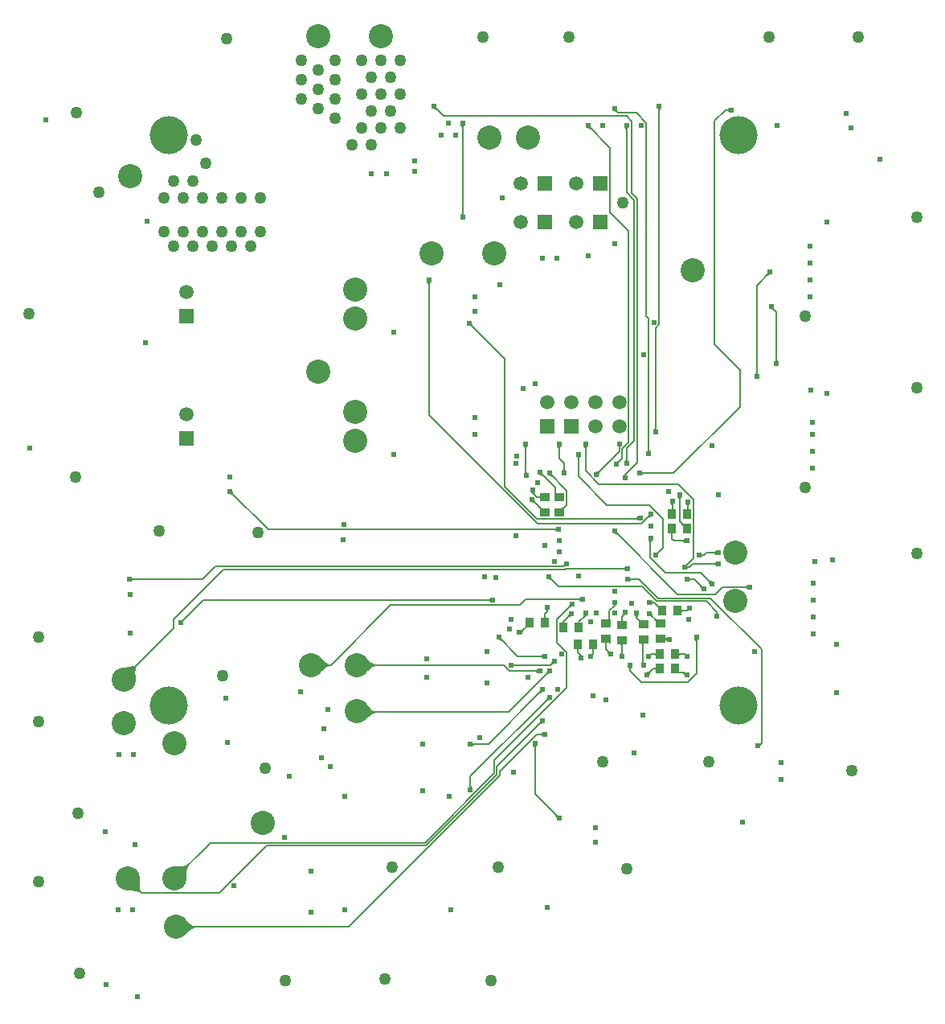
<source format=gbl>
G04*
G04 #@! TF.GenerationSoftware,Altium Limited,Altium Designer,19.1.8 (144)*
G04*
G04 Layer_Physical_Order=4*
G04 Layer_Color=16711680*
%FSLAX25Y25*%
%MOIN*%
G70*
G01*
G75*
%ADD25R,0.03543X0.03937*%
%ADD28R,0.03937X0.03543*%
%ADD84C,0.00600*%
%ADD88C,0.10000*%
%ADD89R,0.05906X0.05906*%
%ADD90C,0.05906*%
%ADD91R,0.05906X0.05906*%
%ADD92C,0.15748*%
%ADD93C,0.05000*%
%ADD94C,0.02400*%
G36*
X243550Y167039D02*
X243434Y167136D01*
X243209Y167300D01*
X243100Y167366D01*
X242992Y167422D01*
X242887Y167469D01*
X242784Y167504D01*
X242683Y167530D01*
X242583Y167545D01*
X242487Y167550D01*
X242440Y168150D01*
X242541Y168156D01*
X242642Y168173D01*
X242742Y168201D01*
X242841Y168240D01*
X242940Y168291D01*
X243038Y168353D01*
X243135Y168427D01*
X243232Y168511D01*
X243328Y168607D01*
X243423Y168714D01*
X243550Y167039D01*
D02*
G37*
G36*
X206118Y166735D02*
X206013Y166837D01*
X205803Y167010D01*
X205700Y167080D01*
X205597Y167140D01*
X205495Y167188D01*
X205394Y167226D01*
X205293Y167253D01*
X205193Y167269D01*
X205093Y167275D01*
Y167875D01*
X205193Y167880D01*
X205293Y167896D01*
X205394Y167923D01*
X205495Y167961D01*
X205597Y168010D01*
X205700Y168069D01*
X205803Y168139D01*
X205908Y168220D01*
X206013Y168312D01*
X206118Y168415D01*
Y166735D01*
D02*
G37*
G36*
X272981Y167246D02*
X273061Y167168D01*
X273145Y167100D01*
X273232Y167040D01*
X273322Y166990D01*
X273416Y166948D01*
X273513Y166916D01*
X273614Y166893D01*
X273718Y166879D01*
X273825Y166875D01*
Y166275D01*
X273718Y166270D01*
X273614Y166256D01*
X273513Y166234D01*
X273416Y166201D01*
X273322Y166160D01*
X273232Y166110D01*
X273145Y166050D01*
X273061Y165981D01*
X272981Y165903D01*
X272905Y165816D01*
Y167334D01*
X272981Y167246D01*
D02*
G37*
G36*
X239963Y164550D02*
X239816Y164548D01*
X239546Y164523D01*
X239423Y164499D01*
X239308Y164469D01*
X239202Y164431D01*
X239103Y164386D01*
X239013Y164333D01*
X238931Y164274D01*
X238857Y164207D01*
X238432Y164632D01*
X238499Y164706D01*
X238558Y164788D01*
X238610Y164879D01*
X238655Y164977D01*
X238693Y165084D01*
X238724Y165198D01*
X238747Y165321D01*
X238764Y165452D01*
X238773Y165591D01*
X238775Y165738D01*
X239963Y164550D01*
D02*
G37*
G36*
X275501Y165328D02*
X275733Y165129D01*
X275834Y165059D01*
X275924Y165007D01*
X276004Y164974D01*
X276073Y164960D01*
X276131Y164965D01*
X276180Y164989D01*
X276217Y165031D01*
X275566Y163986D01*
X275591Y164041D01*
X275601Y164103D01*
X275596Y164172D01*
X275576Y164247D01*
X275541Y164329D01*
X275491Y164417D01*
X275426Y164512D01*
X275346Y164613D01*
X275251Y164720D01*
X275142Y164834D01*
X275369Y165456D01*
X275501Y165328D01*
D02*
G37*
G36*
X230098Y163540D02*
X230030Y163475D01*
X229971Y163405D01*
X229919Y163330D01*
X229875Y163251D01*
X229839Y163166D01*
X229811Y163076D01*
X229791Y162981D01*
X229779Y162881D01*
X229775Y162776D01*
X229175D01*
X229171Y162881D01*
X229159Y162981D01*
X229139Y163076D01*
X229111Y163166D01*
X229075Y163251D01*
X229031Y163330D01*
X228979Y163405D01*
X228920Y163475D01*
X228852Y163540D01*
X228776Y163600D01*
X230174D01*
X230098Y163540D01*
D02*
G37*
G36*
X285378Y163618D02*
X285397Y163567D01*
X285427Y163522D01*
X285470Y163483D01*
X285525Y163450D01*
X285593Y163423D01*
X285672Y163402D01*
X285764Y163387D01*
X285868Y163378D01*
X285984Y163375D01*
Y162775D01*
X285868Y162772D01*
X285764Y162763D01*
X285672Y162748D01*
X285593Y162727D01*
X285525Y162700D01*
X285470Y162667D01*
X285427Y162628D01*
X285397Y162583D01*
X285378Y162532D01*
X285372Y162475D01*
Y163675D01*
X285378Y163618D01*
D02*
G37*
G36*
X300389Y162361D02*
X300400Y162263D01*
X300419Y162171D01*
X300445Y162083D01*
X300479Y162002D01*
X300521Y161925D01*
X300570Y161855D01*
X300626Y161789D01*
X300690Y161730D01*
X300762Y161675D01*
X299408D01*
X299479Y161730D01*
X299543Y161789D01*
X299600Y161855D01*
X299649Y161925D01*
X299690Y162002D01*
X299724Y162083D01*
X299751Y162171D01*
X299770Y162263D01*
X299781Y162361D01*
X299785Y162465D01*
X300385D01*
X300389Y162361D01*
D02*
G37*
G36*
X262299Y161419D02*
X262143Y161373D01*
X261735Y161227D01*
X261619Y161176D01*
X261419Y161068D01*
X261334Y161012D01*
X261260Y160955D01*
X261195Y160897D01*
X260643Y161193D01*
X260713Y161271D01*
X260772Y161356D01*
X260819Y161446D01*
X260855Y161541D01*
X260879Y161642D01*
X260892Y161748D01*
X260893Y161860D01*
X260882Y161977D01*
X260860Y162100D01*
X260826Y162228D01*
X262299Y161419D01*
D02*
G37*
G36*
X273138Y161779D02*
X273164Y161509D01*
X273187Y161386D01*
X273218Y161272D01*
X273256Y161165D01*
X273301Y161066D01*
X273353Y160976D01*
X273413Y160894D01*
X273479Y160820D01*
X273055Y160396D01*
X272981Y160462D01*
X272899Y160521D01*
X272808Y160573D01*
X272710Y160618D01*
X272603Y160656D01*
X272488Y160687D01*
X272365Y160711D01*
X272235Y160727D01*
X272095Y160736D01*
X271948Y160738D01*
X273136Y161926D01*
X273138Y161779D01*
D02*
G37*
G36*
X246011Y161001D02*
X245875Y160932D01*
X245321Y160606D01*
X245235Y160544D01*
X245088Y160425D01*
X245027Y160367D01*
X244348Y160537D01*
X244421Y160618D01*
X244479Y160702D01*
X244524Y160789D01*
X244554Y160879D01*
X244570Y160971D01*
X244572Y161066D01*
X244559Y161164D01*
X244532Y161264D01*
X244492Y161368D01*
X244436Y161474D01*
X246011Y161001D01*
D02*
G37*
G36*
X239672Y160593D02*
X239524Y160588D01*
X239252Y160558D01*
X239129Y160533D01*
X239014Y160501D01*
X238907Y160462D01*
X238809Y160416D01*
X238719Y160364D01*
X238637Y160305D01*
X238563Y160239D01*
X238131Y160655D01*
X238197Y160729D01*
X238257Y160812D01*
X238309Y160902D01*
X238353Y161001D01*
X238390Y161107D01*
X238419Y161222D01*
X238441Y161344D01*
X238456Y161474D01*
X238463Y161612D01*
X238462Y161759D01*
X239672Y160593D01*
D02*
G37*
G36*
X267457Y161099D02*
X267369Y161002D01*
X267292Y160904D01*
X267225Y160806D01*
X267168Y160706D01*
X267122Y160605D01*
X267086Y160504D01*
X267060Y160401D01*
X267044Y160298D01*
X267039Y160194D01*
X266439D01*
X266434Y160298D01*
X266419Y160401D01*
X266393Y160504D01*
X266357Y160605D01*
X266311Y160706D01*
X266254Y160806D01*
X266187Y160904D01*
X266110Y161002D01*
X266022Y161099D01*
X265924Y161195D01*
X267555D01*
X267457Y161099D01*
D02*
G37*
G36*
X228928Y160515D02*
X228937Y160411D01*
X228952Y160319D01*
X228973Y160240D01*
X229000Y160172D01*
X229033Y160117D01*
X229072Y160074D01*
X229117Y160044D01*
X229168Y160025D01*
X229225Y160019D01*
X228025D01*
X228082Y160025D01*
X228133Y160044D01*
X228178Y160074D01*
X228217Y160117D01*
X228250Y160172D01*
X228277Y160240D01*
X228298Y160319D01*
X228313Y160411D01*
X228322Y160515D01*
X228325Y160631D01*
X228925D01*
X228928Y160515D01*
D02*
G37*
G36*
X255678Y159970D02*
X255685Y159868D01*
X255698Y159778D01*
X255716Y159700D01*
X255739Y159634D01*
X255767Y159580D01*
X255801Y159538D01*
X255839Y159508D01*
X255883Y159490D01*
X255931Y159484D01*
X254775Y159472D01*
X254832Y159479D01*
X254883Y159497D01*
X254928Y159528D01*
X254967Y159572D01*
X255000Y159627D01*
X255027Y159694D01*
X255048Y159773D01*
X255063Y159865D01*
X255072Y159968D01*
X255075Y160084D01*
X255675D01*
X255678Y159970D01*
D02*
G37*
G36*
X260839Y159320D02*
X260848Y159219D01*
X260863Y159128D01*
X260884Y159051D01*
X260911Y158984D01*
X260944Y158930D01*
X260983Y158888D01*
X261028Y158858D01*
X261079Y158841D01*
X261136Y158834D01*
X259936D01*
X259993Y158841D01*
X260044Y158858D01*
X260089Y158888D01*
X260128Y158930D01*
X260161Y158984D01*
X260188Y159051D01*
X260209Y159128D01*
X260224Y159219D01*
X260233Y159320D01*
X260236Y159434D01*
X260836D01*
X260839Y159320D01*
D02*
G37*
G36*
X267831Y159514D02*
X268041Y159336D01*
X268136Y159270D01*
X268224Y159219D01*
X268306Y159183D01*
X268381Y159162D01*
X268448Y159156D01*
X268510Y159165D01*
X268564Y159189D01*
X267530Y158549D01*
X267572Y158586D01*
X267595Y158633D01*
X267598Y158692D01*
X267583Y158760D01*
X267549Y158840D01*
X267496Y158930D01*
X267424Y159031D01*
X267333Y159142D01*
X267094Y159397D01*
X267715Y159625D01*
X267831Y159514D01*
D02*
G37*
G36*
X274520Y159783D02*
X274750Y159586D01*
X274850Y159515D01*
X274940Y159462D01*
X275020Y159428D01*
X275089Y159412D01*
X275149Y159414D01*
X275199Y159434D01*
X275239Y159472D01*
X274531Y158508D01*
X274558Y158559D01*
X274569Y158618D01*
X274565Y158684D01*
X274545Y158757D01*
X274509Y158838D01*
X274457Y158927D01*
X274390Y159023D01*
X274307Y159127D01*
X274094Y159356D01*
X274391Y159908D01*
X274520Y159783D01*
D02*
G37*
G36*
X79018Y159193D02*
X78951Y159119D01*
X78892Y159037D01*
X78840Y158947D01*
X78795Y158848D01*
X78757Y158741D01*
X78726Y158627D01*
X78703Y158504D01*
X78686Y158373D01*
X78677Y158234D01*
X78675Y158087D01*
X77487Y159275D01*
X77634Y159277D01*
X77904Y159302D01*
X78027Y159326D01*
X78142Y159357D01*
X78248Y159395D01*
X78347Y159440D01*
X78437Y159492D01*
X78519Y159551D01*
X78594Y159618D01*
X79018Y159193D01*
D02*
G37*
G36*
X242925Y158319D02*
X242939Y158112D01*
X242945Y158079D01*
X242953Y158053D01*
X242962Y158034D01*
X242971Y158023D01*
X242982Y158019D01*
X242267D01*
X242278Y158023D01*
X242288Y158034D01*
X242296Y158053D01*
X242304Y158079D01*
X242310Y158112D01*
X242315Y158152D01*
X242322Y158256D01*
X242325Y158389D01*
X242925D01*
X242925Y158319D01*
D02*
G37*
G36*
X236626Y158348D02*
X236640Y158165D01*
X236649Y158121D01*
X236659Y158084D01*
X236671Y158056D01*
X236685Y158036D01*
X236701Y158023D01*
X236719Y158019D01*
X235931D01*
X235949Y158023D01*
X235965Y158036D01*
X235979Y158056D01*
X235992Y158084D01*
X236002Y158121D01*
X236010Y158165D01*
X236017Y158218D01*
X236024Y158348D01*
X236025Y158425D01*
X236625D01*
X236626Y158348D01*
D02*
G37*
G36*
X221517Y156130D02*
X221466Y156158D01*
X221409Y156171D01*
X221343Y156167D01*
X221270Y156147D01*
X221189Y156112D01*
X221100Y156060D01*
X221004Y155992D01*
X220900Y155909D01*
X220668Y155694D01*
X220142Y156016D01*
X220266Y156145D01*
X220461Y156373D01*
X220532Y156472D01*
X220584Y156562D01*
X220619Y156642D01*
X220636Y156712D01*
X220634Y156773D01*
X220615Y156823D01*
X220578Y156865D01*
X221517Y156130D01*
D02*
G37*
G36*
X219678Y154704D02*
X219625Y154646D01*
X219571Y154577D01*
X219515Y154497D01*
X219400Y154304D01*
X219340Y154191D01*
X219153Y153784D01*
X219088Y153627D01*
X218445Y155179D01*
X218564Y155134D01*
X218678Y155102D01*
X218788Y155083D01*
X218893Y155077D01*
X218995Y155084D01*
X219092Y155104D01*
X219185Y155136D01*
X219273Y155182D01*
X219358Y155241D01*
X219438Y155312D01*
X219678Y154704D01*
D02*
G37*
G36*
X279355Y150498D02*
X279250Y150600D01*
X279041Y150773D01*
X278937Y150843D01*
X278834Y150903D01*
X278732Y150951D01*
X278635Y150988D01*
X278573Y150963D01*
X278517Y150930D01*
X278475Y150891D01*
X278444Y150846D01*
X278426Y150795D01*
X278419Y150738D01*
Y151033D01*
X278330Y151038D01*
Y151638D01*
X278419Y151642D01*
Y151938D01*
X278426Y151881D01*
X278444Y151830D01*
X278475Y151785D01*
X278517Y151746D01*
X278573Y151713D01*
X278635Y151688D01*
X278732Y151724D01*
X278834Y151773D01*
X278937Y151832D01*
X279041Y151902D01*
X279145Y151983D01*
X279250Y152075D01*
X279355Y152178D01*
Y150498D01*
D02*
G37*
G36*
X210677Y151916D02*
X210703Y151646D01*
X210726Y151523D01*
X210757Y151408D01*
X210795Y151302D01*
X210840Y151203D01*
X210892Y151113D01*
X210951Y151030D01*
X211018Y150956D01*
X210594Y150532D01*
X210519Y150599D01*
X210437Y150658D01*
X210347Y150710D01*
X210248Y150755D01*
X210142Y150793D01*
X210027Y150824D01*
X209904Y150847D01*
X209773Y150864D01*
X209634Y150873D01*
X209487Y150875D01*
X210675Y152063D01*
X210677Y151916D01*
D02*
G37*
G36*
X292212Y151112D02*
X292040Y150903D01*
X291969Y150800D01*
X291910Y150697D01*
X291861Y150595D01*
X291824Y150493D01*
X291797Y150392D01*
X291780Y150292D01*
X291775Y150193D01*
X291175D01*
X291170Y150292D01*
X291153Y150392D01*
X291126Y150493D01*
X291089Y150595D01*
X291040Y150697D01*
X290981Y150800D01*
X290910Y150903D01*
X290829Y151007D01*
X290738Y151112D01*
X290635Y151218D01*
X292315D01*
X292212Y151112D01*
D02*
G37*
G36*
X254518Y149660D02*
X254467Y149642D01*
X254422Y149612D01*
X254383Y149570D01*
X254350Y149516D01*
X254323Y149450D01*
X254302Y149372D01*
X254287Y149282D01*
X254278Y149179D01*
X254275Y149066D01*
X253675D01*
X253672Y149179D01*
X253663Y149282D01*
X253648Y149372D01*
X253627Y149450D01*
X253600Y149516D01*
X253567Y149570D01*
X253528Y149612D01*
X253483Y149642D01*
X253432Y149660D01*
X253375Y149666D01*
X254575D01*
X254518Y149660D01*
D02*
G37*
G36*
X269821Y149376D02*
X269770Y149358D01*
X269725Y149328D01*
X269686Y149286D01*
X269653Y149232D01*
X269626Y149166D01*
X269605Y149088D01*
X269590Y148998D01*
X269581Y148896D01*
X269578Y148782D01*
X268978D01*
X268975Y148896D01*
X268966Y148998D01*
X268951Y149088D01*
X268930Y149166D01*
X268903Y149232D01*
X268870Y149286D01*
X268831Y149328D01*
X268786Y149358D01*
X268735Y149376D01*
X268678Y149382D01*
X269878D01*
X269821Y149376D01*
D02*
G37*
G36*
X261018Y149022D02*
X260967Y149004D01*
X260922Y148973D01*
X260883Y148930D01*
X260850Y148875D01*
X260823Y148808D01*
X260802Y148728D01*
X260787Y148636D01*
X260778Y148532D01*
X260775Y148416D01*
X260175D01*
X260172Y148532D01*
X260163Y148636D01*
X260148Y148728D01*
X260127Y148808D01*
X260100Y148875D01*
X260067Y148930D01*
X260028Y148973D01*
X259983Y149004D01*
X259932Y149022D01*
X259875Y149028D01*
X261075D01*
X261018Y149022D01*
D02*
G37*
G36*
X249168Y147124D02*
X249117Y147106D01*
X249072Y147075D01*
X249033Y147032D01*
X249000Y146977D01*
X248973Y146910D01*
X248952Y146830D01*
X248937Y146739D01*
X248928Y146635D01*
X248925Y146518D01*
X248325D01*
X248322Y146635D01*
X248313Y146739D01*
X248298Y146830D01*
X248277Y146910D01*
X248250Y146977D01*
X248217Y147032D01*
X248178Y147075D01*
X248133Y147106D01*
X248082Y147124D01*
X248025Y147130D01*
X249225D01*
X249168Y147124D01*
D02*
G37*
G36*
X242868D02*
X242817Y147106D01*
X242772Y147075D01*
X242733Y147032D01*
X242700Y146977D01*
X242673Y146910D01*
X242652Y146830D01*
X242637Y146739D01*
X242628Y146635D01*
X242625Y146518D01*
X242025D01*
X242022Y146635D01*
X242013Y146739D01*
X241998Y146830D01*
X241977Y146910D01*
X241950Y146977D01*
X241917Y147032D01*
X241878Y147075D01*
X241833Y147106D01*
X241782Y147124D01*
X241725Y147130D01*
X242925D01*
X242868Y147124D01*
D02*
G37*
G36*
X248837Y145012D02*
X248778Y144951D01*
X248684Y144834D01*
X248648Y144779D01*
X248620Y144726D01*
X248600Y144676D01*
X248588Y144627D01*
X248584Y144581D01*
X248587Y144537D01*
X248599Y144496D01*
X247896Y145199D01*
X247938Y145187D01*
X247982Y145184D01*
X248028Y145188D01*
X248076Y145200D01*
X248126Y145220D01*
X248179Y145248D01*
X248234Y145283D01*
X248291Y145327D01*
X248351Y145378D01*
X248412Y145437D01*
X248837Y145012D01*
D02*
G37*
G36*
X254931Y146551D02*
X255013Y146492D01*
X255103Y146440D01*
X255202Y146395D01*
X255308Y146357D01*
X255423Y146326D01*
X255546Y146302D01*
X255677Y146286D01*
X255816Y146277D01*
X255963Y146275D01*
X254775Y145087D01*
X254773Y145234D01*
X254747Y145504D01*
X254724Y145627D01*
X254693Y145741D01*
X254655Y145848D01*
X254610Y145947D01*
X254558Y146037D01*
X254499Y146119D01*
X254432Y146193D01*
X254856Y146618D01*
X254931Y146551D01*
D02*
G37*
G36*
X260780Y145857D02*
X260797Y145757D01*
X260824Y145656D01*
X260861Y145555D01*
X260910Y145453D01*
X260969Y145350D01*
X261040Y145246D01*
X261121Y145142D01*
X261212Y145037D01*
X261315Y144932D01*
X259635D01*
X259738Y145037D01*
X259910Y145246D01*
X259981Y145350D01*
X260040Y145453D01*
X260089Y145555D01*
X260126Y145656D01*
X260153Y145757D01*
X260170Y145857D01*
X260175Y145957D01*
X260775D01*
X260780Y145857D01*
D02*
G37*
G36*
X284378Y145618D02*
X284397Y145567D01*
X284427Y145522D01*
X284470Y145483D01*
X284525Y145450D01*
X284593Y145423D01*
X284672Y145402D01*
X284764Y145387D01*
X284868Y145378D01*
X284984Y145375D01*
Y144775D01*
X284868Y144772D01*
X284764Y144763D01*
X284672Y144748D01*
X284593Y144727D01*
X284525Y144700D01*
X284470Y144667D01*
X284427Y144628D01*
X284397Y144583D01*
X284378Y144532D01*
X284372Y144475D01*
Y145675D01*
X284378Y145618D01*
D02*
G37*
G36*
X274566Y144475D02*
X274560Y144532D01*
X274542Y144583D01*
X274512Y144628D01*
X274470Y144667D01*
X274416Y144700D01*
X274350Y144727D01*
X274272Y144748D01*
X274182Y144763D01*
X274080Y144772D01*
X273966Y144775D01*
Y145375D01*
X274080Y145378D01*
X274182Y145387D01*
X274272Y145402D01*
X274350Y145423D01*
X274416Y145450D01*
X274470Y145483D01*
X274512Y145522D01*
X274542Y145567D01*
X274560Y145618D01*
X274566Y145675D01*
Y144475D01*
D02*
G37*
G36*
X227783Y143400D02*
X227677Y143502D01*
X227468Y143675D01*
X227365Y143745D01*
X227262Y143805D01*
X227160Y143853D01*
X227058Y143891D01*
X226957Y143918D01*
X226857Y143934D01*
X226758Y143939D01*
Y144539D01*
X226857Y144545D01*
X226957Y144561D01*
X227058Y144588D01*
X227160Y144626D01*
X227262Y144675D01*
X227365Y144734D01*
X227468Y144804D01*
X227572Y144885D01*
X227677Y144977D01*
X227783Y145080D01*
Y143400D01*
D02*
G37*
G36*
X269584Y142184D02*
X269602Y142083D01*
X269633Y141987D01*
X269675Y141896D01*
X269730Y141811D01*
X269796Y141730D01*
X269875Y141655D01*
X269966Y141586D01*
X270069Y141521D01*
X270184Y141461D01*
X268599Y140906D01*
X268671Y141056D01*
X268883Y141582D01*
X268917Y141694D01*
X268963Y141898D01*
X268974Y141989D01*
X268978Y142072D01*
X269578Y142291D01*
X269584Y142184D01*
D02*
G37*
G36*
X232463Y140875D02*
X232316Y140873D01*
X232046Y140847D01*
X231923Y140824D01*
X231808Y140793D01*
X231702Y140755D01*
X231603Y140710D01*
X231513Y140658D01*
X231431Y140598D01*
X231356Y140532D01*
X230932Y140956D01*
X230999Y141030D01*
X231058Y141113D01*
X231110Y141203D01*
X231155Y141302D01*
X231193Y141408D01*
X231224Y141523D01*
X231247Y141646D01*
X231264Y141777D01*
X231273Y141916D01*
X231275Y142063D01*
X232463Y140875D01*
D02*
G37*
G36*
X215438Y141312D02*
X215647Y141139D01*
X215750Y141069D01*
X215853Y141010D01*
X215955Y140961D01*
X216056Y140923D01*
X216157Y140896D01*
X216257Y140880D01*
X216357Y140875D01*
Y140275D01*
X216257Y140269D01*
X216157Y140253D01*
X216056Y140226D01*
X215955Y140188D01*
X215853Y140140D01*
X215750Y140080D01*
X215647Y140010D01*
X215542Y139929D01*
X215438Y139837D01*
X215332Y139735D01*
Y141415D01*
X215438Y141312D01*
D02*
G37*
G36*
X264712Y139612D02*
X264540Y139403D01*
X264469Y139300D01*
X264410Y139197D01*
X264361Y139095D01*
X264324Y138993D01*
X264297Y138892D01*
X264280Y138792D01*
X264275Y138693D01*
X263675D01*
X263670Y138792D01*
X263653Y138892D01*
X263626Y138993D01*
X263589Y139095D01*
X263540Y139197D01*
X263481Y139300D01*
X263410Y139403D01*
X263329Y139507D01*
X263238Y139612D01*
X263135Y139718D01*
X264815D01*
X264712Y139612D01*
D02*
G37*
G36*
X274578Y138475D02*
X274572Y138532D01*
X274553Y138583D01*
X274523Y138628D01*
X274480Y138667D01*
X274425Y138700D01*
X274357Y138727D01*
X274278Y138748D01*
X274186Y138763D01*
X274082Y138772D01*
X273966Y138775D01*
Y139375D01*
X274082Y139378D01*
X274186Y139387D01*
X274278Y139402D01*
X274357Y139423D01*
X274425Y139450D01*
X274480Y139483D01*
X274523Y139522D01*
X274553Y139567D01*
X274572Y139618D01*
X274578Y139675D01*
Y138475D01*
D02*
G37*
G36*
X225618Y137235D02*
X225513Y137337D01*
X225304Y137510D01*
X225200Y137580D01*
X225097Y137640D01*
X224995Y137688D01*
X224893Y137726D01*
X224793Y137753D01*
X224693Y137769D01*
X224593Y137775D01*
Y138375D01*
X224693Y138380D01*
X224793Y138396D01*
X224893Y138423D01*
X224995Y138461D01*
X225097Y138510D01*
X225200Y138569D01*
X225304Y138639D01*
X225408Y138720D01*
X225513Y138812D01*
X225618Y138915D01*
Y137235D01*
D02*
G37*
G36*
X284390Y137949D02*
X284408Y137898D01*
X284438Y137853D01*
X284480Y137814D01*
X284534Y137781D01*
X284600Y137754D01*
X284678Y137733D01*
X284768Y137718D01*
X284870Y137709D01*
X284984Y137706D01*
Y137106D01*
X284384Y137118D01*
Y138006D01*
X284390Y137949D01*
D02*
G37*
G36*
X135654Y143467D02*
X137259Y142027D01*
X137719Y141675D01*
X138143Y141387D01*
X138529Y141163D01*
X138878Y141003D01*
X139191Y140907D01*
X139466Y140875D01*
Y140275D01*
X139191Y140243D01*
X138878Y140147D01*
X138529Y139987D01*
X138143Y139763D01*
X137719Y139475D01*
X137259Y139123D01*
X136226Y138227D01*
X135046Y137075D01*
Y144075D01*
X135654Y143467D01*
D02*
G37*
G36*
X154667Y143448D02*
X156262Y142005D01*
X156720Y141653D01*
X157143Y141364D01*
X157528Y141140D01*
X157878Y140979D01*
X158191Y140883D01*
X158467Y140851D01*
X158465Y140251D01*
X158191Y140219D01*
X157879Y140123D01*
X157529Y139964D01*
X157142Y139740D01*
X156718Y139453D01*
X156255Y139101D01*
X155218Y138207D01*
X154029Y137058D01*
X154062Y144058D01*
X154667Y143448D01*
D02*
G37*
G36*
X286412Y137577D02*
X286453Y137542D01*
X286491Y137513D01*
X286527Y137491D01*
X286561Y137475D01*
X286592Y137465D01*
X286621Y137461D01*
X286648Y137463D01*
X286673Y137472D01*
X286695Y137487D01*
X286284Y136725D01*
X286284Y136750D01*
X286276Y136780D01*
X286260Y136815D01*
X286237Y136855D01*
X286207Y136900D01*
X286169Y136949D01*
X286071Y137062D01*
X285944Y137194D01*
X286369Y137618D01*
X286412Y137577D01*
D02*
G37*
G36*
X272518Y137693D02*
X272451Y137619D01*
X272392Y137537D01*
X272340Y137447D01*
X272295Y137348D01*
X272257Y137241D01*
X272226Y137127D01*
X272203Y137004D01*
X272186Y136873D01*
X272177Y136734D01*
X272175Y136587D01*
X270987Y137775D01*
X271134Y137777D01*
X271404Y137802D01*
X271527Y137826D01*
X271642Y137857D01*
X271748Y137895D01*
X271847Y137940D01*
X271937Y137992D01*
X272019Y138051D01*
X272094Y138118D01*
X272518Y137693D01*
D02*
G37*
G36*
X230463Y136875D02*
X230316Y136873D01*
X230046Y136847D01*
X229923Y136824D01*
X229808Y136793D01*
X229702Y136755D01*
X229603Y136710D01*
X229513Y136658D01*
X229431Y136599D01*
X229356Y136532D01*
X228932Y136956D01*
X228999Y137030D01*
X229058Y137113D01*
X229110Y137203D01*
X229155Y137302D01*
X229193Y137408D01*
X229224Y137523D01*
X229247Y137646D01*
X229264Y137777D01*
X229273Y137916D01*
X229275Y138063D01*
X230463Y136875D01*
D02*
G37*
G36*
X59473Y140384D02*
X59285Y140148D01*
X59127Y139849D01*
X58999Y139486D01*
X58901Y139058D01*
X58833Y138566D01*
X58795Y138010D01*
X58787Y137390D01*
X58861Y135957D01*
X58943Y135144D01*
X53505Y139553D01*
X54413Y139645D01*
X57758Y140203D01*
X58189Y140334D01*
X58540Y140471D01*
X58812Y140614D01*
X59004Y140763D01*
X59473Y140384D01*
D02*
G37*
G36*
X227767Y129173D02*
X227620Y129171D01*
X227350Y129145D01*
X227227Y129121D01*
X227113Y129091D01*
X227006Y129053D01*
X226908Y129008D01*
X226817Y128955D01*
X226735Y128896D01*
X226661Y128830D01*
X226237Y129254D01*
X226303Y129328D01*
X226362Y129410D01*
X226415Y129501D01*
X226460Y129599D01*
X226498Y129706D01*
X226528Y129821D01*
X226552Y129943D01*
X226568Y130074D01*
X226577Y130213D01*
X226579Y130360D01*
X227767Y129173D01*
D02*
G37*
G36*
X230463Y125875D02*
X230316Y125873D01*
X230046Y125847D01*
X229923Y125824D01*
X229808Y125793D01*
X229702Y125755D01*
X229603Y125710D01*
X229513Y125658D01*
X229431Y125599D01*
X229356Y125532D01*
X228932Y125956D01*
X228999Y126030D01*
X229058Y126113D01*
X229110Y126203D01*
X229155Y126302D01*
X229193Y126408D01*
X229224Y126523D01*
X229247Y126646D01*
X229264Y126777D01*
X229273Y126916D01*
X229275Y127063D01*
X230463Y125875D01*
D02*
G37*
G36*
X154898Y124068D02*
X156311Y122572D01*
X156733Y122206D01*
X157130Y121907D01*
X157502Y121674D01*
X157850Y121508D01*
X158173Y121408D01*
X158471Y121375D01*
X158411Y120775D01*
X158167Y120744D01*
X157873Y120653D01*
X157527Y120501D01*
X157131Y120289D01*
X156683Y120015D01*
X155634Y119285D01*
X153678Y117735D01*
X154378Y124700D01*
X154898Y124068D01*
D02*
G37*
G36*
X227713Y116235D02*
X227566Y116233D01*
X227296Y116207D01*
X227173Y116183D01*
X227058Y116153D01*
X226952Y116115D01*
X226853Y116070D01*
X226763Y116018D01*
X226681Y115958D01*
X226606Y115892D01*
X226182Y116316D01*
X226249Y116390D01*
X226308Y116473D01*
X226360Y116563D01*
X226405Y116661D01*
X226443Y116768D01*
X226474Y116883D01*
X226497Y117006D01*
X226514Y117137D01*
X226523Y117276D01*
X226525Y117423D01*
X227713Y116235D01*
D02*
G37*
G36*
X227820Y111039D02*
X227715Y111142D01*
X227506Y111315D01*
X227402Y111385D01*
X227299Y111444D01*
X227197Y111493D01*
X227096Y111531D01*
X226995Y111558D01*
X226895Y111574D01*
X226795Y111579D01*
Y112179D01*
X226895Y112185D01*
X226995Y112201D01*
X227096Y112228D01*
X227197Y112266D01*
X227299Y112314D01*
X227402Y112374D01*
X227506Y112444D01*
X227610Y112525D01*
X227715Y112617D01*
X227820Y112719D01*
Y111039D01*
D02*
G37*
G36*
X318658Y107833D02*
X318579Y107750D01*
X318507Y107664D01*
X318441Y107576D01*
X318381Y107484D01*
X318328Y107390D01*
X318282Y107294D01*
X318241Y107195D01*
X318208Y107093D01*
X318180Y106988D01*
X318159Y106881D01*
X317482Y108162D01*
X317570Y108126D01*
X317656Y108101D01*
X317740Y108086D01*
X317822Y108082D01*
X317901Y108089D01*
X317978Y108107D01*
X318053Y108136D01*
X318125Y108175D01*
X318195Y108226D01*
X318263Y108287D01*
X318658Y107833D01*
D02*
G37*
G36*
X198735Y108508D02*
X198944Y108335D01*
X199048Y108265D01*
X199151Y108205D01*
X199253Y108157D01*
X199354Y108119D01*
X199455Y108092D01*
X199555Y108076D01*
X199655Y108070D01*
Y107470D01*
X199555Y107465D01*
X199455Y107449D01*
X199354Y107422D01*
X199253Y107384D01*
X199151Y107335D01*
X199048Y107276D01*
X198944Y107206D01*
X198840Y107125D01*
X198735Y107033D01*
X198630Y106930D01*
Y108610D01*
X198735Y108508D01*
D02*
G37*
G36*
X225212Y107112D02*
X225040Y106903D01*
X224969Y106800D01*
X224910Y106697D01*
X224861Y106595D01*
X224824Y106493D01*
X224797Y106393D01*
X224780Y106292D01*
X224775Y106193D01*
X224175D01*
X224170Y106292D01*
X224153Y106393D01*
X224126Y106493D01*
X224089Y106595D01*
X224040Y106697D01*
X223981Y106800D01*
X223910Y106903D01*
X223829Y107007D01*
X223738Y107112D01*
X223635Y107218D01*
X225315D01*
X225212Y107112D01*
D02*
G37*
G36*
X198078Y90658D02*
X198094Y90558D01*
X198121Y90457D01*
X198159Y90356D01*
X198208Y90254D01*
X198267Y90151D01*
X198337Y90047D01*
X198418Y89943D01*
X198510Y89838D01*
X198613Y89733D01*
X196933D01*
X197035Y89838D01*
X197208Y90047D01*
X197278Y90151D01*
X197338Y90254D01*
X197386Y90356D01*
X197424Y90457D01*
X197451Y90558D01*
X197467Y90658D01*
X197473Y90758D01*
X198073D01*
X198078Y90658D01*
D02*
G37*
G36*
X233431Y78551D02*
X233513Y78492D01*
X233603Y78440D01*
X233702Y78395D01*
X233808Y78357D01*
X233923Y78326D01*
X234046Y78302D01*
X234177Y78286D01*
X234316Y78277D01*
X234463Y78275D01*
X233275Y77087D01*
X233273Y77234D01*
X233247Y77504D01*
X233224Y77627D01*
X233193Y77741D01*
X233155Y77848D01*
X233110Y77947D01*
X233058Y78037D01*
X232999Y78119D01*
X232932Y78193D01*
X233356Y78618D01*
X233431Y78551D01*
D02*
G37*
G36*
X80838Y57513D02*
X80666Y57296D01*
X80513Y57007D01*
X80379Y56647D01*
X80264Y56215D01*
X80168Y55712D01*
X80091Y55138D01*
X79995Y53774D01*
X79975Y52125D01*
X75025Y57074D01*
X75885Y57075D01*
X78038Y57191D01*
X78612Y57268D01*
X79115Y57364D01*
X79547Y57478D01*
X79907Y57613D01*
X80196Y57765D01*
X80413Y57937D01*
X80838Y57513D01*
D02*
G37*
G36*
X60475Y51164D02*
X60591Y49012D01*
X60668Y48437D01*
X60764Y47934D01*
X60879Y47503D01*
X61013Y47142D01*
X61166Y46854D01*
X61338Y46637D01*
X60913Y46212D01*
X60696Y46384D01*
X60407Y46537D01*
X60047Y46671D01*
X59615Y46786D01*
X59112Y46882D01*
X58538Y46959D01*
X57174Y47055D01*
X55525Y47075D01*
X60475Y52025D01*
X60475Y51164D01*
D02*
G37*
G36*
X79655Y34967D02*
X81258Y33527D01*
X81719Y33175D01*
X82143Y32887D01*
X82529Y32663D01*
X82878Y32503D01*
X83191Y32407D01*
X83466Y32375D01*
Y31775D01*
X83191Y31743D01*
X82878Y31647D01*
X82529Y31487D01*
X82143Y31263D01*
X81719Y30975D01*
X81258Y30623D01*
X80226Y29727D01*
X79046Y28575D01*
Y35575D01*
X79655Y34967D01*
D02*
G37*
G36*
X183677Y371916D02*
X183703Y371646D01*
X183726Y371523D01*
X183757Y371408D01*
X183795Y371302D01*
X183840Y371203D01*
X183892Y371113D01*
X183951Y371030D01*
X184018Y370956D01*
X183594Y370532D01*
X183519Y370599D01*
X183437Y370658D01*
X183347Y370710D01*
X183248Y370755D01*
X183142Y370793D01*
X183027Y370824D01*
X182904Y370847D01*
X182773Y370864D01*
X182634Y370873D01*
X182487Y370875D01*
X183675Y372063D01*
X183677Y371916D01*
D02*
G37*
G36*
X276868Y371268D02*
X276695Y371059D01*
X276625Y370955D01*
X276566Y370853D01*
X276517Y370750D01*
X276479Y370649D01*
X276452Y370548D01*
X276436Y370448D01*
X276431Y370349D01*
X275831D01*
X275825Y370448D01*
X275809Y370548D01*
X275782Y370649D01*
X275744Y370750D01*
X275696Y370853D01*
X275636Y370955D01*
X275566Y371059D01*
X275485Y371163D01*
X275393Y371268D01*
X275291Y371374D01*
X276971D01*
X276868Y371268D01*
D02*
G37*
G36*
X305118Y369742D02*
X305012Y369844D01*
X304803Y370017D01*
X304700Y370087D01*
X304597Y370147D01*
X304495Y370195D01*
X304394Y370233D01*
X304293Y370260D01*
X304193Y370276D01*
X304093Y370282D01*
Y370882D01*
X304193Y370887D01*
X304293Y370903D01*
X304394Y370930D01*
X304495Y370968D01*
X304597Y371017D01*
X304700Y371076D01*
X304803Y371146D01*
X304908Y371227D01*
X305012Y371319D01*
X305118Y371422D01*
Y369742D01*
D02*
G37*
G36*
X258677Y370916D02*
X258703Y370646D01*
X258726Y370523D01*
X258757Y370408D01*
X258795Y370302D01*
X258840Y370203D01*
X258892Y370113D01*
X258951Y370030D01*
X259018Y369956D01*
X258594Y369532D01*
X258519Y369599D01*
X258437Y369658D01*
X258347Y369710D01*
X258248Y369755D01*
X258142Y369793D01*
X258027Y369824D01*
X257904Y369847D01*
X257773Y369864D01*
X257634Y369873D01*
X257487Y369875D01*
X258675Y371063D01*
X258677Y370916D01*
D02*
G37*
G36*
X195212Y364112D02*
X195040Y363903D01*
X194969Y363800D01*
X194910Y363697D01*
X194861Y363595D01*
X194824Y363493D01*
X194797Y363392D01*
X194780Y363292D01*
X194775Y363193D01*
X194175D01*
X194170Y363292D01*
X194153Y363392D01*
X194126Y363493D01*
X194089Y363595D01*
X194040Y363697D01*
X193981Y363800D01*
X193910Y363903D01*
X193829Y364007D01*
X193738Y364112D01*
X193635Y364218D01*
X195315D01*
X195212Y364112D01*
D02*
G37*
G36*
X247677Y363916D02*
X247703Y363646D01*
X247726Y363523D01*
X247757Y363408D01*
X247795Y363301D01*
X247840Y363203D01*
X247892Y363113D01*
X247951Y363030D01*
X248018Y362956D01*
X247594Y362532D01*
X247519Y362598D01*
X247437Y362658D01*
X247347Y362710D01*
X247248Y362755D01*
X247142Y362793D01*
X247027Y362824D01*
X246904Y362847D01*
X246773Y362864D01*
X246634Y362873D01*
X246487Y362875D01*
X247675Y364063D01*
X247677Y363916D01*
D02*
G37*
G36*
X263212Y363277D02*
X263040Y363068D01*
X262969Y362965D01*
X262910Y362862D01*
X262861Y362759D01*
X262824Y362658D01*
X262797Y362557D01*
X262780Y362457D01*
X262775Y362358D01*
X262175D01*
X262170Y362457D01*
X262153Y362557D01*
X262126Y362658D01*
X262089Y362759D01*
X262040Y362862D01*
X261981Y362965D01*
X261910Y363068D01*
X261829Y363172D01*
X261738Y363277D01*
X261635Y363383D01*
X263315D01*
X263212Y363277D01*
D02*
G37*
G36*
X194780Y327857D02*
X194797Y327757D01*
X194824Y327656D01*
X194861Y327555D01*
X194910Y327453D01*
X194969Y327350D01*
X195040Y327246D01*
X195121Y327142D01*
X195212Y327037D01*
X195315Y326932D01*
X193635D01*
X193738Y327037D01*
X193910Y327246D01*
X193981Y327350D01*
X194040Y327453D01*
X194089Y327555D01*
X194126Y327656D01*
X194153Y327757D01*
X194170Y327857D01*
X194175Y327957D01*
X194775D01*
X194780Y327857D01*
D02*
G37*
G36*
X322094Y302172D02*
X321947Y302170D01*
X321677Y302145D01*
X321554Y302121D01*
X321440Y302091D01*
X321333Y302053D01*
X321234Y302008D01*
X321144Y301956D01*
X321062Y301896D01*
X320988Y301830D01*
X320563Y302254D01*
X320630Y302328D01*
X320689Y302410D01*
X320741Y302501D01*
X320786Y302599D01*
X320824Y302706D01*
X320855Y302820D01*
X320879Y302943D01*
X320895Y303074D01*
X320904Y303213D01*
X320906Y303361D01*
X322094Y302172D01*
D02*
G37*
G36*
X181212Y299112D02*
X181040Y298903D01*
X180969Y298800D01*
X180910Y298697D01*
X180861Y298595D01*
X180824Y298493D01*
X180797Y298393D01*
X180780Y298292D01*
X180775Y298193D01*
X180175D01*
X180170Y298292D01*
X180153Y298393D01*
X180126Y298493D01*
X180089Y298595D01*
X180040Y298697D01*
X179981Y298800D01*
X179910Y298903D01*
X179829Y299008D01*
X179738Y299112D01*
X179635Y299218D01*
X181315D01*
X181212Y299112D01*
D02*
G37*
G36*
X323677Y288916D02*
X323703Y288646D01*
X323726Y288523D01*
X323757Y288408D01*
X323795Y288301D01*
X323840Y288203D01*
X323892Y288113D01*
X323951Y288030D01*
X324018Y287956D01*
X323594Y287532D01*
X323519Y287598D01*
X323437Y287658D01*
X323347Y287710D01*
X323248Y287755D01*
X323142Y287793D01*
X323027Y287824D01*
X322904Y287847D01*
X322773Y287864D01*
X322634Y287873D01*
X322487Y287875D01*
X323675Y289063D01*
X323677Y288916D01*
D02*
G37*
G36*
X198427Y282166D02*
X198453Y281896D01*
X198476Y281773D01*
X198507Y281658D01*
X198545Y281552D01*
X198590Y281453D01*
X198642Y281363D01*
X198701Y281280D01*
X198768Y281206D01*
X198344Y280782D01*
X198269Y280849D01*
X198187Y280908D01*
X198097Y280960D01*
X197998Y281005D01*
X197892Y281043D01*
X197777Y281074D01*
X197654Y281097D01*
X197523Y281114D01*
X197384Y281123D01*
X197237Y281125D01*
X198425Y282313D01*
X198427Y282166D01*
D02*
G37*
G36*
X325063Y267172D02*
X325079Y267072D01*
X325106Y266971D01*
X325144Y266869D01*
X325192Y266767D01*
X325252Y266664D01*
X325322Y266561D01*
X325403Y266457D01*
X325495Y266352D01*
X325598Y266246D01*
X323918D01*
X324020Y266352D01*
X324193Y266561D01*
X324263Y266664D01*
X324323Y266767D01*
X324371Y266869D01*
X324409Y266971D01*
X324436Y267072D01*
X324452Y267172D01*
X324458Y267271D01*
X325058D01*
X325063Y267172D01*
D02*
G37*
G36*
X316780Y261857D02*
X316797Y261757D01*
X316824Y261656D01*
X316861Y261555D01*
X316910Y261453D01*
X316969Y261350D01*
X317040Y261246D01*
X317121Y261142D01*
X317212Y261037D01*
X317315Y260932D01*
X315635D01*
X315738Y261037D01*
X315910Y261246D01*
X315981Y261350D01*
X316040Y261453D01*
X316089Y261555D01*
X316126Y261656D01*
X316153Y261757D01*
X316170Y261857D01*
X316175Y261957D01*
X316775D01*
X316780Y261857D01*
D02*
G37*
G36*
X274780Y238857D02*
X274797Y238757D01*
X274824Y238656D01*
X274861Y238555D01*
X274910Y238453D01*
X274969Y238350D01*
X275040Y238246D01*
X275121Y238142D01*
X275212Y238037D01*
X275315Y237932D01*
X273635D01*
X273738Y238037D01*
X273910Y238246D01*
X273981Y238350D01*
X274040Y238453D01*
X274089Y238555D01*
X274126Y238656D01*
X274153Y238757D01*
X274170Y238857D01*
X274175Y238957D01*
X274775D01*
X274780Y238857D01*
D02*
G37*
G36*
X246212Y231112D02*
X246040Y230903D01*
X245969Y230800D01*
X245910Y230697D01*
X245861Y230595D01*
X245824Y230493D01*
X245797Y230393D01*
X245780Y230292D01*
X245775Y230193D01*
X245175D01*
X245170Y230292D01*
X245153Y230393D01*
X245126Y230493D01*
X245089Y230595D01*
X245040Y230697D01*
X244981Y230800D01*
X244910Y230903D01*
X244829Y231008D01*
X244738Y231112D01*
X244635Y231218D01*
X246315D01*
X246212Y231112D01*
D02*
G37*
G36*
X235212D02*
X235040Y230903D01*
X234969Y230800D01*
X234910Y230697D01*
X234861Y230595D01*
X234824Y230493D01*
X234797Y230393D01*
X234780Y230292D01*
X234775Y230193D01*
X234175D01*
X234170Y230292D01*
X234153Y230393D01*
X234126Y230493D01*
X234089Y230595D01*
X234040Y230697D01*
X233981Y230800D01*
X233910Y230903D01*
X233829Y231008D01*
X233738Y231112D01*
X233635Y231218D01*
X235315D01*
X235212Y231112D01*
D02*
G37*
G36*
X221390Y231278D02*
X221187Y230906D01*
X221137Y230791D01*
X221097Y230681D01*
X221065Y230576D01*
X221043Y230475D01*
X221029Y230380D01*
X221025Y230288D01*
X220425Y230156D01*
X220419Y230260D01*
X220401Y230362D01*
X220372Y230460D01*
X220330Y230555D01*
X220277Y230647D01*
X220212Y230736D01*
X220134Y230822D01*
X220045Y230905D01*
X219945Y230985D01*
X219832Y231062D01*
X221475Y231412D01*
X221390Y231278D01*
D02*
G37*
G36*
X272025Y230042D02*
X272030Y229946D01*
X272045Y229847D01*
X272070Y229746D01*
X272105Y229642D01*
X272149Y229536D01*
X272204Y229427D01*
X272270Y229315D01*
X272344Y229201D01*
X272524Y228965D01*
X270853Y229139D01*
X270962Y229231D01*
X271059Y229323D01*
X271145Y229417D01*
X271219Y229512D01*
X271282Y229608D01*
X271333Y229705D01*
X271373Y229804D01*
X271402Y229904D01*
X271419Y230005D01*
X271425Y230107D01*
X272025Y230042D01*
D02*
G37*
G36*
X243402Y226802D02*
X243229Y226593D01*
X243159Y226489D01*
X243100Y226386D01*
X243051Y226284D01*
X243013Y226183D01*
X242986Y226082D01*
X242970Y225982D01*
X242965Y225883D01*
X242365D01*
X242359Y225982D01*
X242343Y226082D01*
X242316Y226183D01*
X242278Y226284D01*
X242230Y226386D01*
X242170Y226489D01*
X242100Y226593D01*
X242019Y226697D01*
X241927Y226802D01*
X241825Y226907D01*
X243505D01*
X243402Y226802D01*
D02*
G37*
G36*
X262780Y225857D02*
X262797Y225757D01*
X262824Y225656D01*
X262861Y225555D01*
X262910Y225453D01*
X262969Y225350D01*
X263040Y225246D01*
X263121Y225142D01*
X263212Y225037D01*
X263315Y224932D01*
X261635D01*
X261738Y225037D01*
X261910Y225246D01*
X261981Y225350D01*
X262040Y225453D01*
X262089Y225555D01*
X262126Y225656D01*
X262153Y225757D01*
X262170Y225857D01*
X262175Y225957D01*
X262775D01*
X262780Y225857D01*
D02*
G37*
G36*
X259721Y224896D02*
X259654Y224822D01*
X259595Y224740D01*
X259542Y224649D01*
X259497Y224551D01*
X259460Y224444D01*
X259429Y224330D01*
X259405Y224207D01*
X259389Y224076D01*
X259380Y223937D01*
X259378Y223790D01*
X258190Y224977D01*
X258337Y224980D01*
X258607Y225005D01*
X258730Y225029D01*
X258844Y225059D01*
X258951Y225097D01*
X259050Y225142D01*
X259140Y225195D01*
X259222Y225254D01*
X259296Y225320D01*
X259721Y224896D01*
D02*
G37*
G36*
X236780Y221857D02*
X236797Y221757D01*
X236824Y221656D01*
X236861Y221555D01*
X236910Y221453D01*
X236969Y221350D01*
X237040Y221246D01*
X237121Y221142D01*
X237212Y221037D01*
X237315Y220932D01*
X235635D01*
X235738Y221037D01*
X235910Y221246D01*
X235981Y221350D01*
X236040Y221453D01*
X236089Y221555D01*
X236126Y221656D01*
X236153Y221757D01*
X236170Y221857D01*
X236175Y221957D01*
X236775D01*
X236780Y221857D01*
D02*
G37*
G36*
X221031Y220889D02*
X221049Y220788D01*
X221078Y220690D01*
X221120Y220595D01*
X221173Y220503D01*
X221238Y220414D01*
X221316Y220328D01*
X221405Y220245D01*
X221505Y220165D01*
X221618Y220088D01*
X219975Y219738D01*
X220060Y219871D01*
X220263Y220244D01*
X220312Y220358D01*
X220353Y220468D01*
X220385Y220573D01*
X220407Y220674D01*
X220421Y220770D01*
X220425Y220861D01*
X221025Y220994D01*
X221031Y220889D01*
D02*
G37*
G36*
X251518Y220693D02*
X251451Y220619D01*
X251392Y220537D01*
X251340Y220447D01*
X251295Y220348D01*
X251257Y220241D01*
X251226Y220127D01*
X251203Y220004D01*
X251186Y219873D01*
X251177Y219734D01*
X251175Y219587D01*
X249987Y220775D01*
X250134Y220777D01*
X250404Y220802D01*
X250527Y220826D01*
X250642Y220857D01*
X250748Y220895D01*
X250847Y220940D01*
X250937Y220992D01*
X251019Y221051D01*
X251094Y221118D01*
X251518Y220693D01*
D02*
G37*
G36*
X268937Y220812D02*
X269146Y220639D01*
X269250Y220569D01*
X269353Y220510D01*
X269455Y220461D01*
X269556Y220423D01*
X269657Y220396D01*
X269757Y220380D01*
X269857Y220375D01*
Y219775D01*
X269757Y219769D01*
X269657Y219753D01*
X269556Y219726D01*
X269455Y219688D01*
X269353Y219640D01*
X269250Y219580D01*
X269146Y219510D01*
X269042Y219429D01*
X268937Y219337D01*
X268832Y219235D01*
Y220915D01*
X268937Y220812D01*
D02*
G37*
G36*
X262282Y219517D02*
X262294Y219325D01*
X262300Y219293D01*
X262306Y219268D01*
X262314Y219249D01*
X262322Y219236D01*
X262332Y219230D01*
X261632D01*
X261641Y219236D01*
X261650Y219249D01*
X261657Y219268D01*
X261664Y219293D01*
X261669Y219325D01*
X261674Y219364D01*
X261680Y219460D01*
X261682Y219582D01*
X262282D01*
X262282Y219517D01*
D02*
G37*
G36*
X227677Y220292D02*
X227703Y220022D01*
X227726Y219899D01*
X227757Y219784D01*
X227795Y219678D01*
X227840Y219579D01*
X227892Y219489D01*
X227951Y219407D01*
X228018Y219333D01*
X227594Y218908D01*
X227519Y218975D01*
X227437Y219034D01*
X227347Y219086D01*
X227248Y219131D01*
X227142Y219169D01*
X227027Y219200D01*
X226904Y219224D01*
X226773Y219240D01*
X226634Y219249D01*
X226487Y219251D01*
X227675Y220439D01*
X227677Y220292D01*
D02*
G37*
G36*
X231677Y219916D02*
X231703Y219646D01*
X231726Y219523D01*
X231757Y219408D01*
X231795Y219302D01*
X231840Y219203D01*
X231892Y219113D01*
X231951Y219030D01*
X232018Y218956D01*
X231594Y218532D01*
X231519Y218599D01*
X231437Y218658D01*
X231347Y218710D01*
X231248Y218755D01*
X231142Y218793D01*
X231027Y218824D01*
X230904Y218847D01*
X230773Y218864D01*
X230634Y218873D01*
X230487Y218875D01*
X231675Y220063D01*
X231677Y219916D01*
D02*
G37*
G36*
X233109Y212470D02*
X233119Y212368D01*
X233134Y212278D01*
X233155Y212200D01*
X233182Y212134D01*
X233214Y212080D01*
X233254Y212038D01*
X233298Y212008D01*
X233349Y211990D01*
X233406Y211984D01*
X232519D01*
X232516Y211990D01*
X232514Y212008D01*
X232512Y212038D01*
X232506Y212584D01*
X233106D01*
X233109Y212470D01*
D02*
G37*
G36*
X224375Y212264D02*
X224327Y212172D01*
X224295Y212081D01*
X224278Y211992D01*
X224276Y211903D01*
X224290Y211816D01*
X224318Y211730D01*
X224362Y211645D01*
X224420Y211562D01*
X224495Y211480D01*
X223957Y211168D01*
X223847Y211276D01*
X223407Y211664D01*
X223298Y211749D01*
X222971Y211976D01*
X222863Y212043D01*
X224437Y212358D01*
X224375Y212264D01*
D02*
G37*
G36*
X99177Y212416D02*
X99203Y212146D01*
X99226Y212023D01*
X99257Y211908D01*
X99295Y211802D01*
X99340Y211703D01*
X99392Y211613D01*
X99451Y211530D01*
X99518Y211456D01*
X99094Y211032D01*
X99019Y211099D01*
X98937Y211158D01*
X98847Y211210D01*
X98748Y211255D01*
X98642Y211293D01*
X98527Y211324D01*
X98404Y211347D01*
X98273Y211364D01*
X98134Y211373D01*
X97987Y211375D01*
X99175Y212563D01*
X99177Y212416D01*
D02*
G37*
G36*
X226531Y209624D02*
X226524Y209681D01*
X226506Y209732D01*
X226475Y209777D01*
X226433Y209816D01*
X226378Y209849D01*
X226310Y209876D01*
X226231Y209897D01*
X226139Y209912D01*
X226035Y209921D01*
X225919Y209924D01*
Y210524D01*
X226035Y210527D01*
X226139Y210536D01*
X226231Y210551D01*
X226310Y210572D01*
X226378Y210599D01*
X226433Y210632D01*
X226475Y210671D01*
X226506Y210716D01*
X226524Y210767D01*
X226531Y210824D01*
Y209624D01*
D02*
G37*
G36*
X285212Y210112D02*
X285040Y209903D01*
X284969Y209800D01*
X284910Y209697D01*
X284861Y209595D01*
X284824Y209493D01*
X284797Y209392D01*
X284780Y209292D01*
X284775Y209193D01*
X284175D01*
X284170Y209292D01*
X284153Y209392D01*
X284126Y209493D01*
X284089Y209595D01*
X284040Y209697D01*
X283981Y209800D01*
X283910Y209903D01*
X283829Y210008D01*
X283738Y210112D01*
X283635Y210218D01*
X285315D01*
X285212Y210112D01*
D02*
G37*
G36*
X224429Y208987D02*
X224470Y208713D01*
X224499Y208589D01*
X224534Y208473D01*
X224575Y208366D01*
X224622Y208268D01*
X224675Y208178D01*
X224735Y208097D01*
X224800Y208024D01*
X224403Y207573D01*
X224328Y207641D01*
X224244Y207700D01*
X224154Y207751D01*
X224056Y207794D01*
X223950Y207828D01*
X223836Y207855D01*
X223715Y207873D01*
X223587Y207883D01*
X223450Y207885D01*
X223306Y207878D01*
X224418Y209137D01*
X224429Y208987D01*
D02*
G37*
G36*
X282212Y207612D02*
X282040Y207403D01*
X281969Y207300D01*
X281910Y207197D01*
X281861Y207095D01*
X281824Y206993D01*
X281797Y206892D01*
X281780Y206792D01*
X281775Y206693D01*
X281175D01*
X281170Y206792D01*
X281153Y206892D01*
X281126Y206993D01*
X281089Y207095D01*
X281040Y207197D01*
X280981Y207300D01*
X280910Y207403D01*
X280829Y207507D01*
X280738Y207612D01*
X280635Y207718D01*
X282315D01*
X282212Y207612D01*
D02*
G37*
G36*
X288712Y207112D02*
X288540Y206903D01*
X288469Y206800D01*
X288410Y206697D01*
X288361Y206595D01*
X288324Y206493D01*
X288297Y206393D01*
X288280Y206292D01*
X288275Y206193D01*
X287675D01*
X287670Y206292D01*
X287653Y206393D01*
X287626Y206493D01*
X287589Y206595D01*
X287540Y206697D01*
X287481Y206800D01*
X287410Y206903D01*
X287329Y207008D01*
X287238Y207112D01*
X287135Y207218D01*
X288815D01*
X288712Y207112D01*
D02*
G37*
G36*
X236856Y205685D02*
X236737Y205562D01*
X236550Y205341D01*
X236482Y205244D01*
X236432Y205154D01*
X236398Y205074D01*
X236381Y205002D01*
Y204938D01*
X236398Y204883D01*
X236432Y204836D01*
X235583Y205685D01*
X235630Y205651D01*
X235685Y205634D01*
X235748D01*
X235821Y205651D01*
X235901Y205685D01*
X235990Y205736D01*
X236088Y205804D01*
X236194Y205889D01*
X236432Y206109D01*
X236856Y205685D01*
D02*
G37*
G36*
X226831Y205998D02*
X227041Y205820D01*
X227136Y205754D01*
X227224Y205703D01*
X227306Y205667D01*
X227381Y205646D01*
X227449Y205640D01*
X227510Y205649D01*
X227564Y205673D01*
X226531Y205033D01*
X226572Y205070D01*
X226594Y205118D01*
X226598Y205176D01*
X226583Y205245D01*
X226549Y205324D01*
X226496Y205414D01*
X226424Y205515D01*
X226333Y205627D01*
X226094Y205882D01*
X226715Y206109D01*
X226831Y205998D01*
D02*
G37*
G36*
X288278Y205515D02*
X288287Y205411D01*
X288302Y205319D01*
X288323Y205240D01*
X288350Y205172D01*
X288383Y205117D01*
X288422Y205074D01*
X288467Y205044D01*
X288518Y205025D01*
X288575Y205019D01*
X287375D01*
X287432Y205025D01*
X287483Y205044D01*
X287528Y205074D01*
X287567Y205117D01*
X287600Y205172D01*
X287627Y205240D01*
X287648Y205319D01*
X287663Y205411D01*
X287672Y205515D01*
X287675Y205631D01*
X288275D01*
X288278Y205515D01*
D02*
G37*
G36*
X281778D02*
X281787Y205411D01*
X281802Y205319D01*
X281823Y205240D01*
X281850Y205172D01*
X281883Y205117D01*
X281922Y205074D01*
X281967Y205044D01*
X282018Y205025D01*
X282075Y205019D01*
X280875D01*
X280932Y205025D01*
X280983Y205044D01*
X281028Y205074D01*
X281067Y205117D01*
X281100Y205172D01*
X281127Y205240D01*
X281148Y205319D01*
X281163Y205411D01*
X281172Y205515D01*
X281175Y205631D01*
X281775D01*
X281778Y205515D01*
D02*
G37*
G36*
X272683Y201875D02*
X272536Y201873D01*
X272266Y201847D01*
X272143Y201824D01*
X272028Y201793D01*
X271921Y201755D01*
X271823Y201710D01*
X271733Y201658D01*
X271650Y201599D01*
X271576Y201532D01*
X271152Y201956D01*
X271218Y202030D01*
X271278Y202113D01*
X271330Y202203D01*
X271375Y202302D01*
X271413Y202408D01*
X271444Y202523D01*
X271467Y202646D01*
X271484Y202777D01*
X271493Y202916D01*
X271495Y203063D01*
X272683Y201875D01*
D02*
G37*
G36*
X267534Y200514D02*
X267398Y200597D01*
X267021Y200795D01*
X266905Y200844D01*
X266794Y200883D01*
X266689Y200914D01*
X266589Y200936D01*
X266493Y200949D01*
X266403Y200954D01*
X266258Y201554D01*
X266362Y201559D01*
X266464Y201577D01*
X266562Y201607D01*
X266656Y201649D01*
X266747Y201702D01*
X266835Y201768D01*
X266919Y201846D01*
X267000Y201935D01*
X267077Y202036D01*
X267151Y202150D01*
X267534Y200514D01*
D02*
G37*
G36*
X285658Y199320D02*
X285900Y199111D01*
X286004Y199036D01*
X286094Y198983D01*
X286173Y198949D01*
X286240Y198936D01*
X286294Y198943D01*
X286337Y198971D01*
X286367Y199019D01*
X285877Y197836D01*
X285894Y197897D01*
X285898Y197964D01*
X285888Y198035D01*
X285865Y198112D01*
X285828Y198194D01*
X285778Y198282D01*
X285714Y198374D01*
X285636Y198473D01*
X285545Y198576D01*
X285441Y198685D01*
X285519Y199456D01*
X285658Y199320D01*
D02*
G37*
G36*
X233727Y195982D02*
X233593Y196068D01*
X233220Y196269D01*
X233105Y196318D01*
X232995Y196359D01*
X232889Y196390D01*
X232789Y196412D01*
X232693Y196426D01*
X232602Y196430D01*
X232467Y197030D01*
X232571Y197036D01*
X232672Y197054D01*
X232770Y197084D01*
X232866Y197125D01*
X232957Y197179D01*
X233046Y197244D01*
X233132Y197321D01*
X233214Y197410D01*
X233294Y197511D01*
X233370Y197624D01*
X233727Y195982D01*
D02*
G37*
G36*
X258677Y195916D02*
X258703Y195646D01*
X258726Y195523D01*
X258757Y195408D01*
X258795Y195301D01*
X258840Y195203D01*
X258892Y195113D01*
X258951Y195030D01*
X259018Y194956D01*
X258594Y194532D01*
X258519Y194598D01*
X258437Y194658D01*
X258347Y194710D01*
X258248Y194755D01*
X258142Y194793D01*
X258027Y194824D01*
X257904Y194847D01*
X257773Y194864D01*
X257634Y194873D01*
X257487Y194875D01*
X258675Y196063D01*
X258677Y195916D01*
D02*
G37*
G36*
X281868Y195124D02*
X281817Y195106D01*
X281772Y195075D01*
X281733Y195032D01*
X281700Y194977D01*
X281673Y194910D01*
X281652Y194830D01*
X281637Y194739D01*
X281628Y194635D01*
X281625Y194518D01*
X281025D01*
X281022Y194635D01*
X281013Y194739D01*
X280998Y194830D01*
X280977Y194910D01*
X280950Y194977D01*
X280917Y195032D01*
X280878Y195075D01*
X280833Y195106D01*
X280782Y195124D01*
X280725Y195130D01*
X281925D01*
X281868Y195124D01*
D02*
G37*
G36*
X286618Y191235D02*
X286512Y191337D01*
X286303Y191510D01*
X286200Y191580D01*
X286097Y191640D01*
X285995Y191688D01*
X285894Y191726D01*
X285793Y191753D01*
X285693Y191769D01*
X285593Y191775D01*
Y192375D01*
X285693Y192380D01*
X285793Y192396D01*
X285894Y192423D01*
X285995Y192461D01*
X286097Y192510D01*
X286200Y192569D01*
X286303Y192639D01*
X286408Y192720D01*
X286512Y192812D01*
X286618Y192915D01*
Y191235D01*
D02*
G37*
G36*
X273241Y192151D02*
X273133Y192057D01*
X273037Y191962D01*
X272952Y191866D01*
X272879Y191769D01*
X272816Y191672D01*
X272765Y191573D01*
X272726Y191474D01*
X272698Y191374D01*
X272681Y191273D01*
X272675Y191172D01*
X272075Y191223D01*
X272070Y191320D01*
X272055Y191419D01*
X272029Y191520D01*
X271994Y191624D01*
X271948Y191729D01*
X271892Y191837D01*
X271826Y191947D01*
X271750Y192060D01*
X271567Y192291D01*
X273241Y192151D01*
D02*
G37*
G36*
X299618Y186235D02*
X299513Y186337D01*
X299304Y186510D01*
X299200Y186580D01*
X299097Y186640D01*
X298995Y186688D01*
X298893Y186726D01*
X298793Y186753D01*
X298693Y186769D01*
X298593Y186775D01*
Y187375D01*
X298693Y187380D01*
X298793Y187396D01*
X298893Y187423D01*
X298995Y187461D01*
X299097Y187510D01*
X299200Y187569D01*
X299304Y187639D01*
X299408Y187720D01*
X299513Y187812D01*
X299618Y187915D01*
Y186235D01*
D02*
G37*
G36*
X276018Y187193D02*
X275951Y187119D01*
X275892Y187037D01*
X275840Y186947D01*
X275795Y186848D01*
X275757Y186741D01*
X275726Y186627D01*
X275703Y186504D01*
X275686Y186373D01*
X275677Y186234D01*
X275675Y186087D01*
X274487Y187275D01*
X274634Y187277D01*
X274904Y187302D01*
X275027Y187326D01*
X275142Y187357D01*
X275248Y187395D01*
X275347Y187440D01*
X275437Y187492D01*
X275519Y187551D01*
X275594Y187618D01*
X276018Y187193D01*
D02*
G37*
G36*
X293438Y186812D02*
X293647Y186639D01*
X293750Y186569D01*
X293853Y186510D01*
X293955Y186461D01*
X294057Y186423D01*
X294157Y186396D01*
X294257Y186380D01*
X294357Y186375D01*
Y185775D01*
X294257Y185769D01*
X294157Y185753D01*
X294057Y185726D01*
X293955Y185688D01*
X293853Y185640D01*
X293750Y185580D01*
X293647Y185510D01*
X293542Y185429D01*
X293438Y185337D01*
X293332Y185235D01*
Y186915D01*
X293438Y186812D01*
D02*
G37*
G36*
X299618Y181735D02*
X299513Y181837D01*
X299304Y182010D01*
X299200Y182080D01*
X299097Y182140D01*
X298995Y182188D01*
X298893Y182226D01*
X298793Y182253D01*
X298693Y182269D01*
X298593Y182275D01*
Y182875D01*
X298693Y182880D01*
X298793Y182896D01*
X298893Y182923D01*
X298995Y182961D01*
X299097Y183010D01*
X299200Y183069D01*
X299304Y183139D01*
X299408Y183220D01*
X299513Y183312D01*
X299618Y183415D01*
Y181735D01*
D02*
G37*
G36*
X237002Y181472D02*
X236972Y181481D01*
X236939Y181482D01*
X236903Y181477D01*
X236864Y181465D01*
X236822Y181446D01*
X236777Y181419D01*
X236729Y181386D01*
X236679Y181346D01*
X236568Y181244D01*
X236144Y181668D01*
X236198Y181725D01*
X236286Y181829D01*
X236320Y181877D01*
X236346Y181922D01*
X236365Y181964D01*
X236377Y182003D01*
X236383Y182039D01*
X236381Y182072D01*
X236372Y182102D01*
X237002Y181472D01*
D02*
G37*
G36*
X288018Y182193D02*
X287951Y182119D01*
X287892Y182037D01*
X287840Y181947D01*
X287795Y181848D01*
X287757Y181741D01*
X287726Y181627D01*
X287719Y181590D01*
X287750Y181569D01*
X287853Y181510D01*
X287955Y181461D01*
X288056Y181423D01*
X288157Y181396D01*
X288257Y181380D01*
X288357Y181375D01*
Y180775D01*
X288257Y180769D01*
X288157Y180753D01*
X288056Y180726D01*
X287955Y180688D01*
X287853Y180640D01*
X287750Y180580D01*
X287647Y180510D01*
X287542Y180429D01*
X287438Y180337D01*
X287332Y180235D01*
Y181430D01*
X286487Y182275D01*
X286634Y182277D01*
X286904Y182302D01*
X287027Y182326D01*
X287142Y182357D01*
X287248Y182395D01*
X287347Y182440D01*
X287437Y182492D01*
X287519Y182551D01*
X287594Y182618D01*
X288018Y182193D01*
D02*
G37*
G36*
X262118Y179735D02*
X262013Y179837D01*
X261804Y180010D01*
X261700Y180080D01*
X261597Y180140D01*
X261495Y180188D01*
X261393Y180226D01*
X261293Y180253D01*
X261193Y180269D01*
X261093Y180275D01*
Y180875D01*
X261193Y180880D01*
X261293Y180896D01*
X261393Y180923D01*
X261495Y180961D01*
X261597Y181010D01*
X261700Y181069D01*
X261804Y181139D01*
X261908Y181220D01*
X262013Y181312D01*
X262118Y181415D01*
Y179735D01*
D02*
G37*
G36*
X231349Y177088D02*
X231375Y176818D01*
X231398Y176695D01*
X231429Y176580D01*
X231467Y176474D01*
X231512Y176375D01*
X231564Y176285D01*
X231624Y176203D01*
X231690Y176128D01*
X231266Y175704D01*
X231192Y175771D01*
X231109Y175830D01*
X231019Y175882D01*
X230921Y175927D01*
X230814Y175965D01*
X230699Y175996D01*
X230576Y176019D01*
X230446Y176036D01*
X230306Y176045D01*
X230159Y176047D01*
X231347Y177235D01*
X231349Y177088D01*
D02*
G37*
G36*
X288438Y176812D02*
X288647Y176639D01*
X288750Y176569D01*
X288853Y176510D01*
X288955Y176461D01*
X289056Y176423D01*
X289157Y176396D01*
X289257Y176380D01*
X289357Y176375D01*
Y175775D01*
X289257Y175769D01*
X289157Y175753D01*
X289056Y175726D01*
X288955Y175688D01*
X288853Y175640D01*
X288750Y175580D01*
X288647Y175510D01*
X288542Y175429D01*
X288438Y175337D01*
X288332Y175235D01*
Y176915D01*
X288438Y176812D01*
D02*
G37*
G36*
X263937D02*
X264146Y176639D01*
X264250Y176569D01*
X264353Y176510D01*
X264455Y176461D01*
X264557Y176423D01*
X264657Y176396D01*
X264757Y176380D01*
X264857Y176375D01*
Y175775D01*
X264757Y175769D01*
X264657Y175753D01*
X264557Y175726D01*
X264455Y175688D01*
X264353Y175640D01*
X264250Y175580D01*
X264146Y175510D01*
X264042Y175429D01*
X263937Y175337D01*
X263832Y175235D01*
Y176915D01*
X263937Y176812D01*
D02*
G37*
G36*
X57273D02*
X57482Y176639D01*
X57585Y176569D01*
X57688Y176510D01*
X57790Y176461D01*
X57892Y176423D01*
X57993Y176396D01*
X58093Y176380D01*
X58192Y176375D01*
Y175775D01*
X58093Y175769D01*
X57993Y175753D01*
X57892Y175726D01*
X57790Y175688D01*
X57688Y175640D01*
X57585Y175580D01*
X57482Y175510D01*
X57378Y175429D01*
X57273Y175337D01*
X57167Y175235D01*
Y176915D01*
X57273Y176812D01*
D02*
G37*
G36*
X296931Y175693D02*
X297013Y175634D01*
X297103Y175582D01*
X297202Y175537D01*
X297308Y175499D01*
X297423Y175468D01*
X297546Y175444D01*
X297677Y175428D01*
X297816Y175419D01*
X297963Y175417D01*
X296775Y174229D01*
X296773Y174376D01*
X296747Y174646D01*
X296724Y174769D01*
X296693Y174883D01*
X296655Y174990D01*
X296610Y175089D01*
X296558Y175179D01*
X296499Y175261D01*
X296432Y175335D01*
X296856Y175760D01*
X296931Y175693D01*
D02*
G37*
G36*
X312718Y172135D02*
X312613Y172237D01*
X312403Y172410D01*
X312300Y172480D01*
X312197Y172540D01*
X312095Y172588D01*
X311994Y172626D01*
X311893Y172653D01*
X311793Y172669D01*
X311693Y172675D01*
Y173275D01*
X311793Y173280D01*
X311893Y173296D01*
X311994Y173323D01*
X312095Y173361D01*
X312197Y173410D01*
X312300Y173469D01*
X312403Y173539D01*
X312508Y173620D01*
X312613Y173712D01*
X312718Y173815D01*
Y172135D01*
D02*
G37*
G36*
X293431Y173551D02*
X293513Y173492D01*
X293603Y173440D01*
X293702Y173395D01*
X293808Y173357D01*
X293923Y173326D01*
X294046Y173302D01*
X294177Y173286D01*
X294316Y173277D01*
X294463Y173275D01*
X293275Y172087D01*
X293273Y172234D01*
X293247Y172504D01*
X293224Y172627D01*
X293193Y172741D01*
X293155Y172848D01*
X293110Y172947D01*
X293058Y173037D01*
X292999Y173119D01*
X292932Y173193D01*
X293356Y173618D01*
X293431Y173551D01*
D02*
G37*
D25*
X222325Y158075D02*
D03*
X228625D02*
D03*
X282625Y139075D02*
D03*
X276325D02*
D03*
X276325Y145075D02*
D03*
X282625D02*
D03*
X281325Y197075D02*
D03*
X287625D02*
D03*
X283625Y163075D02*
D03*
X277325D02*
D03*
X287625Y203075D02*
D03*
X281325D02*
D03*
X242625Y156075D02*
D03*
X236325D02*
D03*
X248625Y149075D02*
D03*
X242325D02*
D03*
D28*
X234475Y203925D02*
D03*
Y210224D02*
D03*
X228475Y210224D02*
D03*
Y203925D02*
D03*
X276475Y157724D02*
D03*
Y151425D02*
D03*
X269475Y157441D02*
D03*
Y151142D02*
D03*
X253975Y151425D02*
D03*
Y157724D02*
D03*
X260475Y150776D02*
D03*
Y157075D02*
D03*
D84*
X260278Y150776D02*
X260475Y150972D01*
X269278Y140772D02*
Y151142D01*
X236325Y158425D02*
X239677Y161777D01*
X218625Y154075D02*
X222475Y157925D01*
X267975Y220075D02*
X281975D01*
X309475Y247575D02*
Y262875D01*
X281975Y220075D02*
X309475Y247575D01*
X298975Y273375D02*
X309475Y262875D01*
X303482Y370582D02*
X305975D01*
X298975Y366075D02*
X303482Y370582D01*
X298975Y273375D02*
Y366075D01*
X251005Y215575D02*
X283975D01*
X211977Y214573D02*
Y267573D01*
X220725Y219325D02*
Y231825D01*
Y219325D02*
X220975Y219075D01*
X223475Y212075D02*
Y213075D01*
X223220Y209075D02*
X223325D01*
X228475Y203925D01*
X253975Y147075D02*
X255975Y145075D01*
X253975Y147075D02*
Y151425D01*
X260475Y144075D02*
Y150776D01*
X276131Y281756D02*
Y372231D01*
X207559Y101189D02*
X237575Y131205D01*
X247475Y144075D02*
X248625Y145224D01*
Y149075D01*
X275825Y157075D02*
Y158049D01*
X239662Y161793D02*
Y161793D01*
Y161793D02*
X239677Y161777D01*
X233654Y159429D02*
X239975Y165750D01*
X242665Y218688D02*
Y227764D01*
Y218688D02*
X254426Y206926D01*
X220475Y232075D02*
X220725Y231825D01*
X245475Y221105D02*
X251005Y215575D01*
X245475Y221105D02*
Y232075D01*
X254426Y206926D02*
X271982D01*
X261975Y162101D02*
Y162575D01*
X260536Y160661D02*
X261975Y162101D01*
X260536Y157135D02*
Y160661D01*
X260475Y157075D02*
X260536Y157135D01*
X197225Y282325D02*
X211977Y267573D01*
Y214573D02*
X225296Y201254D01*
X225310Y111879D02*
X228677D01*
X209959Y96528D02*
X225310Y111879D01*
X75475Y32075D02*
X147336D01*
X209959Y94698D01*
Y96528D01*
X208759Y98469D02*
X227725Y117435D01*
X208759Y95195D02*
Y98469D01*
X179339Y65775D02*
X208759Y95195D01*
X113205Y65775D02*
X179339D01*
X55475Y52075D02*
X61375Y46175D01*
X93605D01*
X113205Y65775D01*
X260278Y150776D02*
X260475D01*
Y150972D01*
X233654Y149866D02*
Y159429D01*
Y149866D02*
X237575Y145945D01*
X207559Y95692D02*
Y101189D01*
X74975Y52075D02*
X89875Y66975D01*
X178841D01*
X207559Y95692D01*
X237575Y131205D02*
Y145945D01*
X224475Y87075D02*
Y108075D01*
Y87075D02*
X234475Y77075D01*
X211529Y140551D02*
X214005Y138075D01*
X150499Y140551D02*
X211529D01*
X214005Y138075D02*
X226475D01*
X150475Y121575D02*
X150975Y121075D01*
X139810Y140575D02*
X164710Y165475D01*
X131475Y140575D02*
X139810D01*
X218405Y165475D02*
X220780Y167850D01*
X164710Y165475D02*
X218405D01*
X286988Y136575D02*
X287475D01*
X286156Y137406D02*
X286988Y136575D01*
X284096Y137406D02*
X286156D01*
X282625Y138878D02*
X284096Y137406D01*
X282625Y138878D02*
Y139075D01*
X254172Y151425D02*
X255644Y149953D01*
X253975Y151425D02*
X254172D01*
X74475Y159473D02*
X95258Y180256D01*
X74475Y155810D02*
Y159473D01*
X53975Y135310D02*
X74475Y155810D01*
X53975Y134575D02*
Y135310D01*
X270975Y136575D02*
X273475Y139075D01*
X293445Y178747D02*
X297975Y174217D01*
X278803Y178747D02*
X293445D01*
X299375Y169975D02*
X302375Y172975D01*
X313575D01*
X283575Y169975D02*
X299375D01*
X287475Y163075D02*
X288475Y164075D01*
X283625Y163075D02*
X287475D01*
X269278Y140772D02*
X269675Y140375D01*
X268475Y133575D02*
X287975D01*
X263975Y138075D02*
X268475Y133575D01*
X287975D02*
X291475Y137075D01*
X263975Y138075D02*
Y140575D01*
X266475Y369575D02*
X270725Y365325D01*
X258975Y369575D02*
X266475D01*
X257475Y371075D02*
X258975Y369575D01*
X270725Y285321D02*
Y365325D01*
X264575Y336102D02*
Y365975D01*
X262475Y368075D02*
X264575Y365975D01*
X186475Y368075D02*
X262475D01*
X182475Y372075D02*
X186475Y368075D01*
X262475Y336505D02*
Y364240D01*
X264575Y336102D02*
X266886Y333791D01*
X262475Y336505D02*
X265686Y333294D01*
X283975Y215575D02*
X290375Y209175D01*
X268706Y199086D02*
X272695Y203075D01*
X272375Y192975D02*
X272475Y193075D01*
X272375Y185175D02*
Y192975D01*
X271982Y206926D02*
X277623Y201285D01*
Y189223D02*
Y201285D01*
X274475Y186075D02*
X277623Y189223D01*
X273475Y139075D02*
X276325D01*
X259475Y229075D02*
Y232075D01*
X249975Y219575D02*
X259475Y229075D01*
X238445Y180575D02*
X262975D01*
X238345Y180475D02*
X238445Y180575D01*
X237072Y180475D02*
X238345D01*
X236853Y180256D02*
X237072Y180475D01*
X95258Y180256D02*
X236853D01*
X257475Y165335D02*
Y166575D01*
X255375Y163235D02*
X257475Y165335D01*
X268922Y173175D02*
X275022Y167075D01*
X234220Y173175D02*
X268922D01*
X267720Y176075D02*
X275519Y168275D01*
X262975Y176075D02*
X267720D01*
X275519Y168275D02*
X297275D01*
X273825Y166575D02*
X277325Y163075D01*
X275022Y167075D02*
X295475D01*
X271975Y166575D02*
X273825D01*
X245475Y161240D02*
Y162075D01*
X242625Y158389D02*
X245475Y161240D01*
X244251Y167850D02*
X244341Y167941D01*
X220780Y167850D02*
X244251D01*
X236325Y156075D02*
Y158425D01*
X242625Y156075D02*
Y158389D01*
X255375Y159124D02*
Y163235D01*
X230147Y177247D02*
X234220Y173175D01*
X236356Y181456D02*
X237475Y182575D01*
X91856Y181456D02*
X236356D01*
X86475Y176075D02*
X91856Y181456D01*
X217975Y154075D02*
X218625D01*
X86975Y167575D02*
X206975D01*
X77475Y158075D02*
X86975Y167575D01*
X281475Y203224D02*
Y208575D01*
X281325Y203075D02*
X281475Y203224D01*
X284475Y200075D02*
Y211075D01*
X286475Y145075D02*
X287475Y144075D01*
X282625Y145075D02*
X286475D01*
X272475D02*
X276325D01*
X271475Y144075D02*
X272475Y145075D01*
X291475Y137075D02*
Y152075D01*
X209475D02*
X217310Y144239D01*
X228640D01*
X230975Y140575D02*
X232475Y142075D01*
X214475Y140575D02*
X230975D01*
X288475Y181075D02*
X289975Y182575D01*
X286475Y181075D02*
X288475D01*
X289975Y182575D02*
X300475D01*
X316475Y297741D02*
X322106Y303373D01*
X316475Y260075D02*
Y297741D01*
X113820Y196730D02*
X234130D01*
X234386Y196986D01*
X97975Y212575D02*
X113820Y196730D01*
X56310Y176075D02*
X86475D01*
X255759Y328094D02*
Y354790D01*
Y328094D02*
X263328Y320525D01*
X246475Y364075D02*
X255759Y354790D01*
X266739Y160177D02*
X269475Y157441D01*
X266739Y160177D02*
Y162075D01*
X229475Y162776D02*
Y164575D01*
X228625Y161925D02*
X229475Y162776D01*
X228625Y158075D02*
Y161925D01*
X287975Y203425D02*
Y208075D01*
X287625Y203075D02*
X287975Y203425D01*
X290375Y184975D02*
Y209175D01*
X271936Y161938D02*
X275825Y158049D01*
X243625Y143376D02*
Y144677D01*
X242325Y145976D02*
X243625Y144677D01*
X324758Y265389D02*
Y286792D01*
X322475Y289075D02*
X324758Y286792D01*
X266886Y224486D02*
Y333791D01*
X261982Y219582D02*
X266886Y224486D01*
X297275Y168275D02*
X318475Y147075D01*
Y108075D02*
Y147075D01*
X317475Y107075D02*
X318475Y108075D01*
X197773Y107770D02*
X205177D01*
X227779Y130373D01*
X197773Y94372D02*
X230475Y127075D01*
X197773Y88876D02*
Y94372D01*
X270725Y285321D02*
X271725Y284321D01*
Y228324D02*
Y284321D01*
X274475Y280100D02*
X276131Y281756D01*
X274475Y237075D02*
Y280100D01*
X194475Y326075D02*
Y365075D01*
X263328Y232958D02*
Y320525D01*
X260675Y230305D02*
X263328Y232958D01*
X265686Y233619D02*
Y333294D01*
X262475Y230408D02*
X265686Y233619D01*
X260675Y226275D02*
Y230305D01*
X258178Y223778D02*
X260675Y226275D01*
X213475Y121075D02*
X230475Y138075D01*
X150975Y121075D02*
X213475D01*
X223475Y212075D02*
X225325Y210224D01*
X226475Y220451D02*
X232806Y214120D01*
Y211696D02*
Y214120D01*
X225325Y210224D02*
X228475D01*
X282161Y192075D02*
X287475D01*
X281325Y192910D02*
X282161Y192075D01*
X281325Y192910D02*
Y197075D01*
X286475Y198075D02*
X287475D01*
X284475Y200075D02*
X286475Y198075D01*
Y181075D02*
X290375Y184975D01*
X225494Y199086D02*
X268706D01*
X225296Y201254D02*
X267904D01*
X268177Y201527D01*
X180475Y244105D02*
X225494Y199086D01*
X290475Y176075D02*
X294475Y172075D01*
X257475Y196075D02*
X283575Y169975D01*
X295475Y167075D02*
X300085Y162465D01*
Y160685D02*
Y162465D01*
X287475Y176075D02*
X290475D01*
X242325Y145976D02*
Y149075D01*
X272375Y185175D02*
X278803Y178747D01*
X295475Y187075D02*
X300475D01*
X294475Y186075D02*
X295475Y187075D01*
X292475Y186075D02*
X294475D01*
X253975Y157724D02*
X255375Y159124D01*
X271600Y228200D02*
X271725Y228324D01*
X222325Y158075D02*
X222475Y157925D01*
X276563Y151338D02*
X280212D01*
X276475Y151425D02*
X276563Y151338D01*
X232806Y211696D02*
X234278Y210224D01*
X237544Y206797D02*
Y213006D01*
X234278Y210224D02*
X234475D01*
X230475Y220075D02*
X237544Y213006D01*
X234672Y203925D02*
X237544Y206797D01*
X230475Y219520D02*
Y220075D01*
X234475Y203925D02*
X234672D01*
X236475Y220075D02*
Y224075D01*
X269278Y151142D02*
X269475D01*
X267900Y157441D02*
X269475D01*
X275825Y157075D02*
X276475Y157724D01*
X180475Y244105D02*
Y300075D01*
X261982Y218082D02*
Y219582D01*
X262475Y224075D02*
Y230408D01*
X234475Y226075D02*
X236475Y224075D01*
X234475Y226075D02*
Y232075D01*
X228475Y210224D02*
X228475Y210224D01*
D88*
X149975Y233575D02*
D03*
Y245575D02*
D03*
Y284075D02*
D03*
Y296075D02*
D03*
X111475Y75075D02*
D03*
X207475Y311075D02*
D03*
X221475Y359075D02*
D03*
X205475D02*
D03*
X181475Y311075D02*
D03*
X289975Y304075D02*
D03*
X134475Y262075D02*
D03*
X307475Y187075D02*
D03*
Y167075D02*
D03*
X55475Y52075D02*
D03*
X150475Y140575D02*
D03*
Y121575D02*
D03*
X131475Y140575D02*
D03*
X74975Y52075D02*
D03*
X75475Y32075D02*
D03*
X74975Y108075D02*
D03*
X53975Y116575D02*
D03*
Y134575D02*
D03*
X160475Y401075D02*
D03*
X134475D02*
D03*
X56475Y343075D02*
D03*
D89*
X79975Y234575D02*
D03*
Y285075D02*
D03*
D90*
X218475Y340075D02*
D03*
Y324075D02*
D03*
X241475D02*
D03*
Y340075D02*
D03*
X259475Y249575D02*
D03*
X249475D02*
D03*
X239475D02*
D03*
X229475D02*
D03*
X259475Y239575D02*
D03*
X249475D02*
D03*
X79975Y295075D02*
D03*
Y244575D02*
D03*
D91*
X228475Y340075D02*
D03*
Y324075D02*
D03*
X251475D02*
D03*
Y340075D02*
D03*
X239475Y239575D02*
D03*
X229475D02*
D03*
D92*
X72653Y123979D02*
D03*
X308873Y360199D02*
D03*
X308873Y123979D02*
D03*
X72640Y360199D02*
D03*
D93*
X84118Y358077D02*
D03*
X34176Y369575D02*
D03*
X34975Y79075D02*
D03*
X33975Y218575D02*
D03*
X43475Y336575D02*
D03*
X96475Y400075D02*
D03*
X14475Y286075D02*
D03*
X87975Y348575D02*
D03*
X260975Y332075D02*
D03*
X112475Y97925D02*
D03*
X35491Y12862D02*
D03*
X148475Y356075D02*
D03*
X168475Y363075D02*
D03*
X156475Y356075D02*
D03*
X160475Y363075D02*
D03*
X152475D02*
D03*
X164475Y370075D02*
D03*
X156475D02*
D03*
X168475Y377075D02*
D03*
X160475D02*
D03*
X152475D02*
D03*
X164475Y384075D02*
D03*
X156475D02*
D03*
X168475Y391075D02*
D03*
X160475D02*
D03*
X152475D02*
D03*
X106475Y314075D02*
D03*
X98475D02*
D03*
X90475D02*
D03*
X82475D02*
D03*
X74475D02*
D03*
X102475Y320075D02*
D03*
X110475D02*
D03*
X94475D02*
D03*
X86475D02*
D03*
X78475D02*
D03*
X70475D02*
D03*
X82475Y341075D02*
D03*
X74475D02*
D03*
X70475Y334075D02*
D03*
X78475D02*
D03*
X86475D02*
D03*
X94475D02*
D03*
X102475D02*
D03*
X110475D02*
D03*
X141475Y367075D02*
D03*
Y391075D02*
D03*
X127475D02*
D03*
X141475Y375075D02*
D03*
Y383075D02*
D03*
X127475Y375075D02*
D03*
Y383075D02*
D03*
X134475Y371075D02*
D03*
Y387075D02*
D03*
Y379075D02*
D03*
X68774Y196138D02*
D03*
X109695Y195524D02*
D03*
X262475Y56075D02*
D03*
X95038Y136323D02*
D03*
X321723Y400713D02*
D03*
X238601D02*
D03*
X202849D02*
D03*
X18538Y152327D02*
D03*
Y117020D02*
D03*
Y50823D02*
D03*
X120849Y9695D02*
D03*
X162298Y10360D02*
D03*
X165349Y56937D02*
D03*
X209298Y56795D02*
D03*
X206349Y10001D02*
D03*
X252613Y100449D02*
D03*
X296613Y100575D02*
D03*
X356113Y96949D02*
D03*
X382912Y186886D02*
D03*
Y255386D02*
D03*
Y326146D02*
D03*
X358475Y400713D02*
D03*
X336601Y214213D02*
D03*
Y285213D02*
D03*
D94*
X14975Y230575D02*
D03*
X21475Y366575D02*
D03*
X136975Y114075D02*
D03*
X139725Y98575D02*
D03*
X135975Y102075D02*
D03*
X189475Y39075D02*
D03*
X324975Y364075D02*
D03*
X216475Y224075D02*
D03*
X216975Y227075D02*
D03*
X209975Y298075D02*
D03*
X267975Y220075D02*
D03*
X220975Y219075D02*
D03*
X223475Y213075D02*
D03*
X223220Y209075D02*
D03*
X260475Y144075D02*
D03*
X255975Y145075D02*
D03*
X276131Y372231D02*
D03*
X233975Y130575D02*
D03*
X247475Y144075D02*
D03*
X239662Y161793D02*
D03*
X297975Y231575D02*
D03*
X219475Y255075D02*
D03*
X242665Y227764D02*
D03*
X245475Y232075D02*
D03*
X220475D02*
D03*
X228677Y111879D02*
D03*
X215475Y96075D02*
D03*
X96375Y126975D02*
D03*
X227725Y117435D02*
D03*
X224475Y108075D02*
D03*
X57475Y39075D02*
D03*
X51475D02*
D03*
X287475Y136575D02*
D03*
X270975D02*
D03*
X297975Y174217D02*
D03*
X288475Y164075D02*
D03*
X269675Y140375D02*
D03*
X257475Y371075D02*
D03*
X262475Y364240D02*
D03*
X279975Y212575D02*
D03*
X272695Y203075D02*
D03*
X272475Y198075D02*
D03*
Y193075D02*
D03*
X249975Y219575D02*
D03*
X262975Y180575D02*
D03*
X257475Y166575D02*
D03*
X271975D02*
D03*
X271936Y161938D02*
D03*
X261975Y162575D02*
D03*
X264669Y166104D02*
D03*
X245475Y162075D02*
D03*
X244341Y167941D02*
D03*
X239975Y165750D02*
D03*
X249975Y162075D02*
D03*
X262975Y176075D02*
D03*
X230147Y177247D02*
D03*
X232475Y183575D02*
D03*
X234475Y187575D02*
D03*
X242475Y177575D02*
D03*
X237475Y182575D02*
D03*
X203475Y177075D02*
D03*
X234475Y192075D02*
D03*
X213975Y155575D02*
D03*
X174475Y345075D02*
D03*
Y349575D02*
D03*
X214475Y159575D02*
D03*
X217975Y154075D02*
D03*
X206975Y167575D02*
D03*
X208279Y176824D02*
D03*
X281475Y208575D02*
D03*
X284475Y211075D02*
D03*
X287475Y144075D02*
D03*
X271475D02*
D03*
X263975Y140575D02*
D03*
X228640Y144239D02*
D03*
X96975Y108575D02*
D03*
X179475Y143075D02*
D03*
Y135575D02*
D03*
X201475Y110575D02*
D03*
X214475Y140575D02*
D03*
X347975Y184075D02*
D03*
X339475Y241240D02*
D03*
X340475Y183575D02*
D03*
X300475Y182575D02*
D03*
X313575Y172975D02*
D03*
X322106Y303373D02*
D03*
X210975Y334075D02*
D03*
X97975Y212575D02*
D03*
Y218575D02*
D03*
X144975Y192575D02*
D03*
X145230Y198830D02*
D03*
X188975Y86075D02*
D03*
X56531Y153925D02*
D03*
X77475Y158075D02*
D03*
X56531Y169925D02*
D03*
X56310Y176075D02*
D03*
X305975Y370582D02*
D03*
X338975Y254500D02*
D03*
X339975Y174575D02*
D03*
Y167575D02*
D03*
Y160575D02*
D03*
Y153575D02*
D03*
X349475Y149075D02*
D03*
Y129075D02*
D03*
X63475Y324575D02*
D03*
X62975Y274075D02*
D03*
X266739Y162075D02*
D03*
X229475Y164575D02*
D03*
X287975Y208075D02*
D03*
X288310Y159421D02*
D03*
X247475Y158575D02*
D03*
X243625Y143376D02*
D03*
X326475Y100075D02*
D03*
Y93075D02*
D03*
X322475Y289075D02*
D03*
X316475Y260075D02*
D03*
X339475Y222075D02*
D03*
Y229075D02*
D03*
Y236075D02*
D03*
X324758Y265389D02*
D03*
X338475Y293075D02*
D03*
Y300075D02*
D03*
Y307075D02*
D03*
Y314075D02*
D03*
X257475Y171075D02*
D03*
X122640Y94575D02*
D03*
X315475Y146075D02*
D03*
X138475Y122075D02*
D03*
X58125Y103630D02*
D03*
X51825D02*
D03*
X197773Y107770D02*
D03*
Y88876D02*
D03*
X177975Y88389D02*
D03*
Y107760D02*
D03*
X145475Y86075D02*
D03*
X265475Y104075D02*
D03*
X249475Y67075D02*
D03*
Y73075D02*
D03*
X229475Y40075D02*
D03*
X145475Y39075D02*
D03*
X131475Y38075D02*
D03*
Y55075D02*
D03*
X99475Y49075D02*
D03*
X58475Y66075D02*
D03*
X46140Y71575D02*
D03*
X59671Y3152D02*
D03*
X46475Y8075D02*
D03*
X274031Y282626D02*
D03*
X269475Y269075D02*
D03*
X233475Y309075D02*
D03*
X227475D02*
D03*
X246475Y310075D02*
D03*
X257475Y315075D02*
D03*
X156475Y344075D02*
D03*
X162975D02*
D03*
X191475Y360075D02*
D03*
X185475D02*
D03*
X194475Y365075D02*
D03*
X188475D02*
D03*
X246475Y364075D02*
D03*
X252625Y364019D02*
D03*
X268625D02*
D03*
X367475Y350187D02*
D03*
X355789Y363224D02*
D03*
X353475Y369075D02*
D03*
X345556Y324121D02*
D03*
X310475Y75349D02*
D03*
X230475Y127075D02*
D03*
X227779Y130373D02*
D03*
X230475Y138075D02*
D03*
X232475Y142075D02*
D03*
X235475Y145075D02*
D03*
X226475Y138075D02*
D03*
X221779Y135372D02*
D03*
X199475Y236075D02*
D03*
Y243075D02*
D03*
Y287075D02*
D03*
Y293075D02*
D03*
X253975Y126075D02*
D03*
X248773Y127833D02*
D03*
X225475Y216075D02*
D03*
X226475Y220451D02*
D03*
X287475Y192075D02*
D03*
X268177Y201527D02*
D03*
X294475Y172075D02*
D03*
X209475Y152075D02*
D03*
X291475D02*
D03*
X204550Y133150D02*
D03*
X204475Y146075D02*
D03*
X287475Y176075D02*
D03*
X300085Y160685D02*
D03*
X120475Y69075D02*
D03*
X300475Y187075D02*
D03*
X292475Y186075D02*
D03*
X257475Y162075D02*
D03*
X345475Y253075D02*
D03*
X269248Y119848D02*
D03*
X300475Y211075D02*
D03*
X127382Y129380D02*
D03*
X271600Y228200D02*
D03*
X274475Y237075D02*
D03*
X280212Y151338D02*
D03*
X286475Y181075D02*
D03*
X230475Y220075D02*
D03*
X234386Y196986D02*
D03*
X236475Y220075D02*
D03*
X216475Y194075D02*
D03*
X228475Y190075D02*
D03*
X316975Y107075D02*
D03*
X257475Y196075D02*
D03*
X274475Y186075D02*
D03*
X180475Y300075D02*
D03*
X197225Y282325D02*
D03*
X234475Y77075D02*
D03*
X182475Y372075D02*
D03*
X261982Y218082D02*
D03*
X262475Y224075D02*
D03*
X258178Y223778D02*
D03*
X194475Y326075D02*
D03*
X234475Y232075D02*
D03*
X224475Y257075D02*
D03*
X259475Y232075D02*
D03*
X166026Y227854D02*
D03*
Y278354D02*
D03*
M02*

</source>
